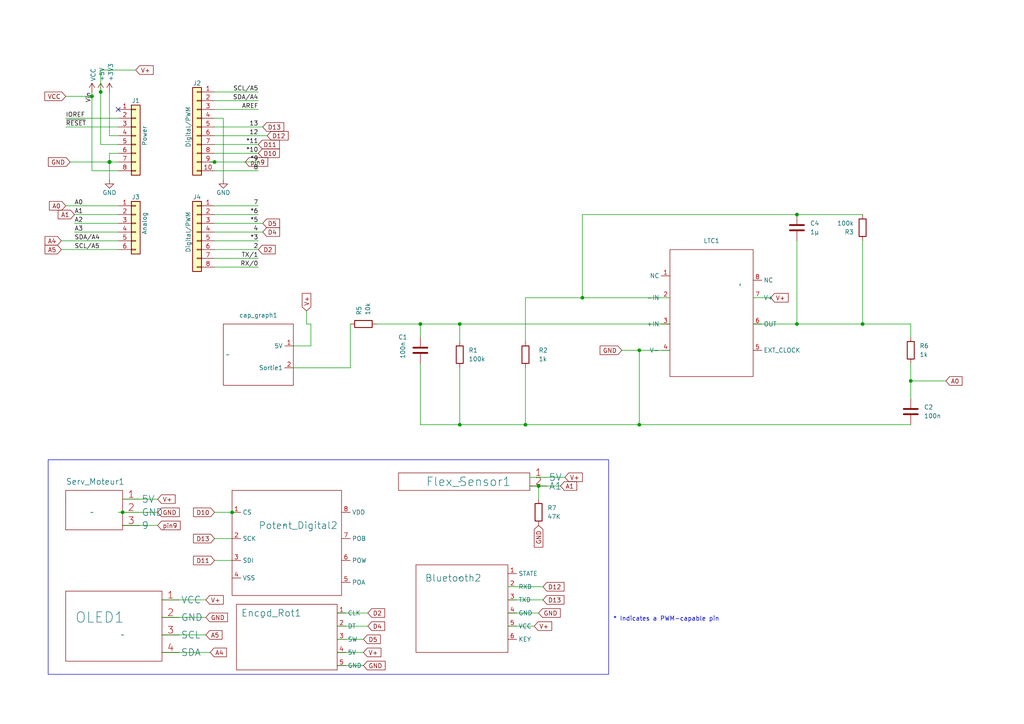
<source format=kicad_sch>
(kicad_sch (version 20230121) (generator eeschema)

  (uuid e63e39d7-6ac0-4ffd-8aa3-1841a4541b55)

  (paper "A4")

  (title_block
    (date "mar. 31 mars 2015")
  )

  (lib_symbols
    (symbol "Connector_Generic:Conn_01x06" (pin_names (offset 1.016) hide) (in_bom yes) (on_board yes)
      (property "Reference" "J" (at 0 7.62 0)
        (effects (font (size 1.27 1.27)))
      )
      (property "Value" "Conn_01x06" (at 0 -10.16 0)
        (effects (font (size 1.27 1.27)))
      )
      (property "Footprint" "" (at 0 0 0)
        (effects (font (size 1.27 1.27)) hide)
      )
      (property "Datasheet" "~" (at 0 0 0)
        (effects (font (size 1.27 1.27)) hide)
      )
      (property "ki_keywords" "connector" (at 0 0 0)
        (effects (font (size 1.27 1.27)) hide)
      )
      (property "ki_description" "Generic connector, single row, 01x06, script generated (kicad-library-utils/schlib/autogen/connector/)" (at 0 0 0)
        (effects (font (size 1.27 1.27)) hide)
      )
      (property "ki_fp_filters" "Connector*:*_1x??_*" (at 0 0 0)
        (effects (font (size 1.27 1.27)) hide)
      )
      (symbol "Conn_01x06_1_1"
        (rectangle (start -1.27 -7.493) (end 0 -7.747)
          (stroke (width 0.1524) (type default))
          (fill (type none))
        )
        (rectangle (start -1.27 -4.953) (end 0 -5.207)
          (stroke (width 0.1524) (type default))
          (fill (type none))
        )
        (rectangle (start -1.27 -2.413) (end 0 -2.667)
          (stroke (width 0.1524) (type default))
          (fill (type none))
        )
        (rectangle (start -1.27 0.127) (end 0 -0.127)
          (stroke (width 0.1524) (type default))
          (fill (type none))
        )
        (rectangle (start -1.27 2.667) (end 0 2.413)
          (stroke (width 0.1524) (type default))
          (fill (type none))
        )
        (rectangle (start -1.27 5.207) (end 0 4.953)
          (stroke (width 0.1524) (type default))
          (fill (type none))
        )
        (rectangle (start -1.27 6.35) (end 1.27 -8.89)
          (stroke (width 0.254) (type default))
          (fill (type background))
        )
        (pin passive line (at -5.08 5.08 0) (length 3.81)
          (name "Pin_1" (effects (font (size 1.27 1.27))))
          (number "1" (effects (font (size 1.27 1.27))))
        )
        (pin passive line (at -5.08 2.54 0) (length 3.81)
          (name "Pin_2" (effects (font (size 1.27 1.27))))
          (number "2" (effects (font (size 1.27 1.27))))
        )
        (pin passive line (at -5.08 0 0) (length 3.81)
          (name "Pin_3" (effects (font (size 1.27 1.27))))
          (number "3" (effects (font (size 1.27 1.27))))
        )
        (pin passive line (at -5.08 -2.54 0) (length 3.81)
          (name "Pin_4" (effects (font (size 1.27 1.27))))
          (number "4" (effects (font (size 1.27 1.27))))
        )
        (pin passive line (at -5.08 -5.08 0) (length 3.81)
          (name "Pin_5" (effects (font (size 1.27 1.27))))
          (number "5" (effects (font (size 1.27 1.27))))
        )
        (pin passive line (at -5.08 -7.62 0) (length 3.81)
          (name "Pin_6" (effects (font (size 1.27 1.27))))
          (number "6" (effects (font (size 1.27 1.27))))
        )
      )
    )
    (symbol "Connector_Generic:Conn_01x08" (pin_names (offset 1.016) hide) (in_bom yes) (on_board yes)
      (property "Reference" "J" (at 0 10.16 0)
        (effects (font (size 1.27 1.27)))
      )
      (property "Value" "Conn_01x08" (at 0 -12.7 0)
        (effects (font (size 1.27 1.27)))
      )
      (property "Footprint" "" (at 0 0 0)
        (effects (font (size 1.27 1.27)) hide)
      )
      (property "Datasheet" "~" (at 0 0 0)
        (effects (font (size 1.27 1.27)) hide)
      )
      (property "ki_keywords" "connector" (at 0 0 0)
        (effects (font (size 1.27 1.27)) hide)
      )
      (property "ki_description" "Generic connector, single row, 01x08, script generated (kicad-library-utils/schlib/autogen/connector/)" (at 0 0 0)
        (effects (font (size 1.27 1.27)) hide)
      )
      (property "ki_fp_filters" "Connector*:*_1x??_*" (at 0 0 0)
        (effects (font (size 1.27 1.27)) hide)
      )
      (symbol "Conn_01x08_1_1"
        (rectangle (start -1.27 -10.033) (end 0 -10.287)
          (stroke (width 0.1524) (type default))
          (fill (type none))
        )
        (rectangle (start -1.27 -7.493) (end 0 -7.747)
          (stroke (width 0.1524) (type default))
          (fill (type none))
        )
        (rectangle (start -1.27 -4.953) (end 0 -5.207)
          (stroke (width 0.1524) (type default))
          (fill (type none))
        )
        (rectangle (start -1.27 -2.413) (end 0 -2.667)
          (stroke (width 0.1524) (type default))
          (fill (type none))
        )
        (rectangle (start -1.27 0.127) (end 0 -0.127)
          (stroke (width 0.1524) (type default))
          (fill (type none))
        )
        (rectangle (start -1.27 2.667) (end 0 2.413)
          (stroke (width 0.1524) (type default))
          (fill (type none))
        )
        (rectangle (start -1.27 5.207) (end 0 4.953)
          (stroke (width 0.1524) (type default))
          (fill (type none))
        )
        (rectangle (start -1.27 7.747) (end 0 7.493)
          (stroke (width 0.1524) (type default))
          (fill (type none))
        )
        (rectangle (start -1.27 8.89) (end 1.27 -11.43)
          (stroke (width 0.254) (type default))
          (fill (type background))
        )
        (pin passive line (at -5.08 7.62 0) (length 3.81)
          (name "Pin_1" (effects (font (size 1.27 1.27))))
          (number "1" (effects (font (size 1.27 1.27))))
        )
        (pin passive line (at -5.08 5.08 0) (length 3.81)
          (name "Pin_2" (effects (font (size 1.27 1.27))))
          (number "2" (effects (font (size 1.27 1.27))))
        )
        (pin passive line (at -5.08 2.54 0) (length 3.81)
          (name "Pin_3" (effects (font (size 1.27 1.27))))
          (number "3" (effects (font (size 1.27 1.27))))
        )
        (pin passive line (at -5.08 0 0) (length 3.81)
          (name "Pin_4" (effects (font (size 1.27 1.27))))
          (number "4" (effects (font (size 1.27 1.27))))
        )
        (pin passive line (at -5.08 -2.54 0) (length 3.81)
          (name "Pin_5" (effects (font (size 1.27 1.27))))
          (number "5" (effects (font (size 1.27 1.27))))
        )
        (pin passive line (at -5.08 -5.08 0) (length 3.81)
          (name "Pin_6" (effects (font (size 1.27 1.27))))
          (number "6" (effects (font (size 1.27 1.27))))
        )
        (pin passive line (at -5.08 -7.62 0) (length 3.81)
          (name "Pin_7" (effects (font (size 1.27 1.27))))
          (number "7" (effects (font (size 1.27 1.27))))
        )
        (pin passive line (at -5.08 -10.16 0) (length 3.81)
          (name "Pin_8" (effects (font (size 1.27 1.27))))
          (number "8" (effects (font (size 1.27 1.27))))
        )
      )
    )
    (symbol "Connector_Generic:Conn_01x10" (pin_names (offset 1.016) hide) (in_bom yes) (on_board yes)
      (property "Reference" "J" (at 0 12.7 0)
        (effects (font (size 1.27 1.27)))
      )
      (property "Value" "Conn_01x10" (at 0 -15.24 0)
        (effects (font (size 1.27 1.27)))
      )
      (property "Footprint" "" (at 0 0 0)
        (effects (font (size 1.27 1.27)) hide)
      )
      (property "Datasheet" "~" (at 0 0 0)
        (effects (font (size 1.27 1.27)) hide)
      )
      (property "ki_keywords" "connector" (at 0 0 0)
        (effects (font (size 1.27 1.27)) hide)
      )
      (property "ki_description" "Generic connector, single row, 01x10, script generated (kicad-library-utils/schlib/autogen/connector/)" (at 0 0 0)
        (effects (font (size 1.27 1.27)) hide)
      )
      (property "ki_fp_filters" "Connector*:*_1x??_*" (at 0 0 0)
        (effects (font (size 1.27 1.27)) hide)
      )
      (symbol "Conn_01x10_1_1"
        (rectangle (start -1.27 -12.573) (end 0 -12.827)
          (stroke (width 0.1524) (type default))
          (fill (type none))
        )
        (rectangle (start -1.27 -10.033) (end 0 -10.287)
          (stroke (width 0.1524) (type default))
          (fill (type none))
        )
        (rectangle (start -1.27 -7.493) (end 0 -7.747)
          (stroke (width 0.1524) (type default))
          (fill (type none))
        )
        (rectangle (start -1.27 -4.953) (end 0 -5.207)
          (stroke (width 0.1524) (type default))
          (fill (type none))
        )
        (rectangle (start -1.27 -2.413) (end 0 -2.667)
          (stroke (width 0.1524) (type default))
          (fill (type none))
        )
        (rectangle (start -1.27 0.127) (end 0 -0.127)
          (stroke (width 0.1524) (type default))
          (fill (type none))
        )
        (rectangle (start -1.27 2.667) (end 0 2.413)
          (stroke (width 0.1524) (type default))
          (fill (type none))
        )
        (rectangle (start -1.27 5.207) (end 0 4.953)
          (stroke (width 0.1524) (type default))
          (fill (type none))
        )
        (rectangle (start -1.27 7.747) (end 0 7.493)
          (stroke (width 0.1524) (type default))
          (fill (type none))
        )
        (rectangle (start -1.27 10.287) (end 0 10.033)
          (stroke (width 0.1524) (type default))
          (fill (type none))
        )
        (rectangle (start -1.27 11.43) (end 1.27 -13.97)
          (stroke (width 0.254) (type default))
          (fill (type background))
        )
        (pin passive line (at -5.08 10.16 0) (length 3.81)
          (name "Pin_1" (effects (font (size 1.27 1.27))))
          (number "1" (effects (font (size 1.27 1.27))))
        )
        (pin passive line (at -5.08 -12.7 0) (length 3.81)
          (name "Pin_10" (effects (font (size 1.27 1.27))))
          (number "10" (effects (font (size 1.27 1.27))))
        )
        (pin passive line (at -5.08 7.62 0) (length 3.81)
          (name "Pin_2" (effects (font (size 1.27 1.27))))
          (number "2" (effects (font (size 1.27 1.27))))
        )
        (pin passive line (at -5.08 5.08 0) (length 3.81)
          (name "Pin_3" (effects (font (size 1.27 1.27))))
          (number "3" (effects (font (size 1.27 1.27))))
        )
        (pin passive line (at -5.08 2.54 0) (length 3.81)
          (name "Pin_4" (effects (font (size 1.27 1.27))))
          (number "4" (effects (font (size 1.27 1.27))))
        )
        (pin passive line (at -5.08 0 0) (length 3.81)
          (name "Pin_5" (effects (font (size 1.27 1.27))))
          (number "5" (effects (font (size 1.27 1.27))))
        )
        (pin passive line (at -5.08 -2.54 0) (length 3.81)
          (name "Pin_6" (effects (font (size 1.27 1.27))))
          (number "6" (effects (font (size 1.27 1.27))))
        )
        (pin passive line (at -5.08 -5.08 0) (length 3.81)
          (name "Pin_7" (effects (font (size 1.27 1.27))))
          (number "7" (effects (font (size 1.27 1.27))))
        )
        (pin passive line (at -5.08 -7.62 0) (length 3.81)
          (name "Pin_8" (effects (font (size 1.27 1.27))))
          (number "8" (effects (font (size 1.27 1.27))))
        )
        (pin passive line (at -5.08 -10.16 0) (length 3.81)
          (name "Pin_9" (effects (font (size 1.27 1.27))))
          (number "9" (effects (font (size 1.27 1.27))))
        )
      )
    )
    (symbol "Device:C" (pin_numbers hide) (pin_names (offset 0.254)) (in_bom yes) (on_board yes)
      (property "Reference" "C" (at 0.635 2.54 0)
        (effects (font (size 1.27 1.27)) (justify left))
      )
      (property "Value" "C" (at 0.635 -2.54 0)
        (effects (font (size 1.27 1.27)) (justify left))
      )
      (property "Footprint" "" (at 0.9652 -3.81 0)
        (effects (font (size 1.27 1.27)) hide)
      )
      (property "Datasheet" "~" (at 0 0 0)
        (effects (font (size 1.27 1.27)) hide)
      )
      (property "ki_keywords" "cap capacitor" (at 0 0 0)
        (effects (font (size 1.27 1.27)) hide)
      )
      (property "ki_description" "Unpolarized capacitor" (at 0 0 0)
        (effects (font (size 1.27 1.27)) hide)
      )
      (property "ki_fp_filters" "C_*" (at 0 0 0)
        (effects (font (size 1.27 1.27)) hide)
      )
      (symbol "C_0_1"
        (polyline
          (pts
            (xy -2.032 -0.762)
            (xy 2.032 -0.762)
          )
          (stroke (width 0.508) (type default))
          (fill (type none))
        )
        (polyline
          (pts
            (xy -2.032 0.762)
            (xy 2.032 0.762)
          )
          (stroke (width 0.508) (type default))
          (fill (type none))
        )
      )
      (symbol "C_1_1"
        (pin passive line (at 0 3.81 270) (length 2.794)
          (name "~" (effects (font (size 1.27 1.27))))
          (number "1" (effects (font (size 1.27 1.27))))
        )
        (pin passive line (at 0 -3.81 90) (length 2.794)
          (name "~" (effects (font (size 1.27 1.27))))
          (number "2" (effects (font (size 1.27 1.27))))
        )
      )
    )
    (symbol "Device:R" (pin_numbers hide) (pin_names (offset 0)) (in_bom yes) (on_board yes)
      (property "Reference" "R" (at 2.032 0 90)
        (effects (font (size 1.27 1.27)))
      )
      (property "Value" "R" (at 0 0 90)
        (effects (font (size 1.27 1.27)))
      )
      (property "Footprint" "" (at -1.778 0 90)
        (effects (font (size 1.27 1.27)) hide)
      )
      (property "Datasheet" "~" (at 0 0 0)
        (effects (font (size 1.27 1.27)) hide)
      )
      (property "ki_keywords" "R res resistor" (at 0 0 0)
        (effects (font (size 1.27 1.27)) hide)
      )
      (property "ki_description" "Resistor" (at 0 0 0)
        (effects (font (size 1.27 1.27)) hide)
      )
      (property "ki_fp_filters" "R_*" (at 0 0 0)
        (effects (font (size 1.27 1.27)) hide)
      )
      (symbol "R_0_1"
        (rectangle (start -1.016 -2.54) (end 1.016 2.54)
          (stroke (width 0.254) (type default))
          (fill (type none))
        )
      )
      (symbol "R_1_1"
        (pin passive line (at 0 3.81 270) (length 1.27)
          (name "~" (effects (font (size 1.27 1.27))))
          (number "1" (effects (font (size 1.27 1.27))))
        )
        (pin passive line (at 0 -3.81 90) (length 1.27)
          (name "~" (effects (font (size 1.27 1.27))))
          (number "2" (effects (font (size 1.27 1.27))))
        )
      )
    )
    (symbol "ma_librairie:Bluetooth2" (in_bom yes) (on_board yes)
      (property "Reference" "Bluetooth2" (at -6.35 1.27 0)
        (effects (font (size 1.27 1.27)))
      )
      (property "Value" "" (at 0 0 0)
        (effects (font (size 1.27 1.27)))
      )
      (property "Footprint" "" (at 0 0 0)
        (effects (font (size 1.27 1.27)) hide)
      )
      (property "Datasheet" "" (at 0 0 0)
        (effects (font (size 1.27 1.27)) hide)
      )
      (symbol "Bluetooth2_0_1"
        (rectangle (start -12.7 3.81) (end -12.7 3.81)
          (stroke (width 0) (type default))
          (fill (type none))
        )
        (rectangle (start -12.7 3.81) (end 13.97 -21.59)
          (stroke (width 0) (type default))
          (fill (type none))
        )
      )
      (symbol "Bluetooth2_1_1"
        (pin input line (at 13.97 1.27 0) (length 2.54)
          (name "STATE" (effects (font (size 1.27 1.27))))
          (number "1" (effects (font (size 1.27 1.27))))
        )
        (pin input line (at 13.97 -2.54 0) (length 2.54)
          (name "RXD" (effects (font (size 1.27 1.27))))
          (number "2" (effects (font (size 1.27 1.27))))
        )
        (pin input line (at 13.97 -6.35 0) (length 2.54)
          (name "TXD" (effects (font (size 1.27 1.27))))
          (number "3" (effects (font (size 1.27 1.27))))
        )
        (pin input line (at 13.97 -10.16 0) (length 2.54)
          (name "GND" (effects (font (size 1.27 1.27))))
          (number "4" (effects (font (size 1.27 1.27))))
        )
        (pin input line (at 13.97 -13.97 0) (length 2.54)
          (name "VCC" (effects (font (size 1.27 1.27))))
          (number "5" (effects (font (size 1.27 1.27))))
        )
        (pin input line (at 13.97 -17.78 0) (length 2.54)
          (name "KEY" (effects (font (size 1.27 1.27))))
          (number "6" (effects (font (size 1.27 1.27))))
        )
      )
    )
    (symbol "ma_librairie:Encod_Rot2" (in_bom yes) (on_board yes)
      (property "Reference" "Encod_Rot2" (at -8.89 2.54 0)
        (effects (font (size 1.27 1.27)))
      )
      (property "Value" "" (at -8.89 2.54 0)
        (effects (font (size 1.27 1.27)))
      )
      (property "Footprint" "" (at -8.89 2.54 0)
        (effects (font (size 1.27 1.27)) hide)
      )
      (property "Datasheet" "" (at -8.89 2.54 0)
        (effects (font (size 1.27 1.27)) hide)
      )
      (symbol "Encod_Rot2_0_1"
        (rectangle (start -16.51 6.35) (end 12.7 -12.7)
          (stroke (width 0) (type default))
          (fill (type none))
        )
      )
      (symbol "Encod_Rot2_1_1"
        (pin input line (at 12.7 3.81 0) (length 2.54)
          (name "CLK" (effects (font (size 1.27 1.27))))
          (number "1" (effects (font (size 1.27 1.27))))
        )
        (pin input line (at 12.7 0 0) (length 2.54)
          (name "DT" (effects (font (size 1.27 1.27))))
          (number "2" (effects (font (size 1.27 1.27))))
        )
        (pin input line (at 12.7 -3.81 0) (length 2.54)
          (name "SW" (effects (font (size 1.27 1.27))))
          (number "3" (effects (font (size 1.27 1.27))))
        )
        (pin input line (at 12.7 -7.62 0) (length 2.54)
          (name "5V" (effects (font (size 1.27 1.27))))
          (number "4" (effects (font (size 1.27 1.27))))
        )
        (pin input line (at 12.7 -11.43 0) (length 2.54)
          (name "GND" (effects (font (size 1.27 1.27))))
          (number "5" (effects (font (size 1.27 1.27))))
        )
      )
    )
    (symbol "ma_librairie:Flex_sensor" (in_bom yes) (on_board yes)
      (property "Reference" "Flex_Sensor" (at -10.16 0 0)
        (effects (font (size 1.27 1.27)))
      )
      (property "Value" "" (at 0 0 0)
        (effects (font (size 1.27 1.27)))
      )
      (property "Footprint" "" (at 0 0 0)
        (effects (font (size 1.27 1.27)) hide)
      )
      (property "Datasheet" "" (at 0 0 0)
        (effects (font (size 1.27 1.27)) hide)
      )
      (symbol "Flex_sensor_0_1"
        (rectangle (start -17.78 2.54) (end 20.32 -2.54)
          (stroke (width 0) (type default))
          (fill (type none))
        )
        (rectangle (start 20.32 -2.54) (end 20.32 -2.54)
          (stroke (width 0) (type default))
          (fill (type none))
        )
      )
      (symbol "Flex_sensor_1_1"
        (pin input line (at 20.32 1.27 0) (length 5)
          (name "5V" (effects (font (size 2 2))))
          (number "1" (effects (font (size 2 2))))
        )
        (pin input line (at 20.32 -1.27 0) (length 5)
          (name "A1" (effects (font (size 2 2))))
          (number "2" (effects (font (size 2 2))))
        )
      )
    )
    (symbol "ma_librairie:OLED" (in_bom yes) (on_board yes)
      (property "Reference" "OLED" (at -19.05 8.89 0)
        (effects (font (size 3 3)) (justify left))
      )
      (property "Value" "~" (at -5.08 3.81 0)
        (effects (font (size 1.27 1.27)))
      )
      (property "Footprint" "" (at 0 0 0)
        (effects (font (size 1.27 1.27)) hide)
      )
      (property "Datasheet" "" (at 0 0 0)
        (effects (font (size 1.27 1.27)) hide)
      )
      (symbol "OLED_0_1"
        (rectangle (start -21.59 16.51) (end 6.35 -3.81)
          (stroke (width 0) (type default))
          (fill (type none))
        )
      )
      (symbol "OLED_1_1"
        (pin input line (at 6.35 13.97 0) (length 5)
          (name "VCC" (effects (font (size 2 2))))
          (number "1" (effects (font (size 2 2))))
        )
        (pin input line (at 6.35 8.89 0) (length 5)
          (name "GND" (effects (font (size 2 2))))
          (number "2" (effects (font (size 2 2))))
        )
        (pin input line (at 6.35 3.81 0) (length 5)
          (name "SCL" (effects (font (size 2 2))))
          (number "3" (effects (font (size 2 2))))
        )
        (pin input line (at 6.35 -1.27 0) (length 5)
          (name "SDA" (effects (font (size 2 2))))
          (number "4" (effects (font (size 2 2))))
        )
      )
    )
    (symbol "ma_librairie:Potent_Digital2" (in_bom yes) (on_board yes)
      (property "Reference" "Potent_Digital2" (at 0 0 0)
        (effects (font (size 1.27 1.27)))
      )
      (property "Value" "" (at 0 0 0)
        (effects (font (size 1.27 1.27)))
      )
      (property "Footprint" "" (at 0 0 0)
        (effects (font (size 1.27 1.27)) hide)
      )
      (property "Datasheet" "" (at 0 0 0)
        (effects (font (size 1.27 1.27)) hide)
      )
      (symbol "Potent_Digital2_0_1"
        (rectangle (start -15.24 10.16) (end -15.24 10.16)
          (stroke (width 0) (type default))
          (fill (type none))
        )
        (rectangle (start -15.24 10.16) (end 16.51 -20.32)
          (stroke (width 0) (type default))
          (fill (type none))
        )
      )
      (symbol "Potent_Digital2_1_1"
        (pin input line (at -15.24 3.81 0) (length 2.54)
          (name "CS" (effects (font (size 1.27 1.27))))
          (number "1" (effects (font (size 1.27 1.27))))
        )
        (pin input line (at -15.24 -3.81 0) (length 2.54)
          (name "SCK" (effects (font (size 1.27 1.27))))
          (number "2" (effects (font (size 1.27 1.27))))
        )
        (pin input line (at -15.24 -10.16 0) (length 2.54)
          (name "SDI" (effects (font (size 1.27 1.27))))
          (number "3" (effects (font (size 1.27 1.27))))
        )
        (pin input line (at -15.24 -15.24 0) (length 2.54)
          (name "VSS" (effects (font (size 1.27 1.27))))
          (number "4" (effects (font (size 1.27 1.27))))
        )
        (pin input line (at 16.51 -16.51 0) (length 2.54)
          (name "POA" (effects (font (size 1.27 1.27))))
          (number "5" (effects (font (size 1.27 1.27))))
        )
        (pin input line (at 16.51 -10.16 0) (length 2.54)
          (name "POW" (effects (font (size 1.27 1.27))))
          (number "6" (effects (font (size 1.27 1.27))))
        )
        (pin input line (at 16.51 -3.81 0) (length 2.54)
          (name "POB" (effects (font (size 1.27 1.27))))
          (number "7" (effects (font (size 1.27 1.27))))
        )
        (pin input line (at 16.51 3.81 0) (length 2.54)
          (name "VDD" (effects (font (size 1.27 1.27))))
          (number "8" (effects (font (size 1.27 1.27))))
        )
      )
    )
    (symbol "ma_librairie:Servo_Moteur" (in_bom yes) (on_board yes)
      (property "Reference" "Serv_Moteur" (at -7.62 7.62 0)
        (effects (font (size 1 1)))
      )
      (property "Value" "" (at -6.35 0 0)
        (effects (font (size 1.27 1.27)))
      )
      (property "Footprint" "" (at -6.35 0 0)
        (effects (font (size 1.27 1.27)) hide)
      )
      (property "Datasheet" "" (at -6.35 0 0)
        (effects (font (size 1.27 1.27)) hide)
      )
      (symbol "Servo_Moteur_0_1"
        (rectangle (start -13.97 3.81) (end -13.97 3.81)
          (stroke (width 0) (type default))
          (fill (type none))
        )
        (rectangle (start -13.97 6.35) (end 2.54 -5.08)
          (stroke (width 0) (type default))
          (fill (type none))
        )
      )
      (symbol "Servo_Moteur_1_1"
        (pin input line (at 2.54 3.81 0) (length 5)
          (name "5V" (effects (font (size 2 2))))
          (number "1" (effects (font (size 2 2))))
        )
        (pin input line (at 2.54 0 0) (length 5)
          (name "GND" (effects (font (size 2 2))))
          (number "2" (effects (font (size 2 2))))
        )
        (pin input line (at 2.54 -3.81 0) (length 5)
          (name "9" (effects (font (size 2 2))))
          (number "3" (effects (font (size 2 2))))
        )
      )
    )
    (symbol "malibrairie:LTC1050" (in_bom yes) (on_board yes)
      (property "Reference" "LTC1050" (at 8.89 -7.62 90)
        (effects (font (size 1.27 1.27)))
      )
      (property "Value" "" (at 16.51 0 90)
        (effects (font (size 1.27 1.27)))
      )
      (property "Footprint" "" (at 16.51 0 90)
        (effects (font (size 1.27 1.27)) hide)
      )
      (property "Datasheet" "" (at 16.51 0 90)
        (effects (font (size 1.27 1.27)) hide)
      )
      (symbol "LTC1050_0_1"
        (rectangle (start 20.32 10.16) (end -3.81 -26.67)
          (stroke (width 0) (type default))
          (fill (type none))
        )
      )
      (symbol "LTC1050_1_1"
        (pin passive line (at -3.81 2.54 180) (length 2.54)
          (name "NC" (effects (font (size 1.27 1.27))))
          (number "1" (effects (font (size 1.27 1.27))))
        )
        (pin passive line (at -3.81 -3.81 180) (length 2.54)
          (name "-IN" (effects (font (size 1.27 1.27))))
          (number "2" (effects (font (size 1.27 1.27))))
        )
        (pin passive line (at -3.81 -11.43 180) (length 2.54)
          (name "+IN" (effects (font (size 1.27 1.27))))
          (number "3" (effects (font (size 1.27 1.27))))
        )
        (pin passive line (at -3.81 -19.05 180) (length 2.54)
          (name "V-" (effects (font (size 1.27 1.27))))
          (number "4" (effects (font (size 1.27 1.27))))
        )
        (pin passive line (at 20.32 -19.05 0) (length 2.54)
          (name "EXT_CLOCK" (effects (font (size 1.27 1.27))))
          (number "5" (effects (font (size 1.27 1.27))))
        )
        (pin passive line (at 20.32 -11.43 0) (length 2.54)
          (name "OUT" (effects (font (size 1.27 1.27))))
          (number "6" (effects (font (size 1.27 1.27))))
        )
        (pin passive line (at 20.32 -3.81 0) (length 2.54)
          (name "V+" (effects (font (size 1.27 1.27))))
          (number "7" (effects (font (size 1.27 1.27))))
        )
        (pin passive line (at 20.32 1.27 0) (length 2.54)
          (name "NC" (effects (font (size 1.27 1.27))))
          (number "8" (effects (font (size 1.27 1.27))))
        )
      )
    )
    (symbol "malibrairie:capteur_graphene" (in_bom yes) (on_board yes)
      (property "Reference" "cap_graph" (at 8.89 0 0)
        (effects (font (size 1.27 1.27)))
      )
      (property "Value" "" (at 0 0 0)
        (effects (font (size 1.27 1.27)))
      )
      (property "Footprint" "" (at 0 0 0)
        (effects (font (size 1.27 1.27)) hide)
      )
      (property "Datasheet" "" (at 0 0 0)
        (effects (font (size 1.27 1.27)) hide)
      )
      (symbol "capteur_graphene_0_1"
        (rectangle (start -1.27 8.89) (end 19.05 -8.89)
          (stroke (width 0) (type default))
          (fill (type none))
        )
      )
      (symbol "capteur_graphene_1_1"
        (pin passive line (at 19.05 2.54 180) (length 2.54)
          (name "5V" (effects (font (size 1.27 1.27))))
          (number "1" (effects (font (size 1.27 1.27))))
        )
        (pin passive line (at 19.05 -3.81 180) (length 2.54)
          (name "Sortie1" (effects (font (size 1.27 1.27))))
          (number "2" (effects (font (size 1.27 1.27))))
        )
      )
    )
    (symbol "power:+3V3" (power) (pin_names (offset 0)) (in_bom yes) (on_board yes)
      (property "Reference" "#PWR" (at 0 -3.81 0)
        (effects (font (size 1.27 1.27)) hide)
      )
      (property "Value" "+3V3" (at 0 3.556 0)
        (effects (font (size 1.27 1.27)))
      )
      (property "Footprint" "" (at 0 0 0)
        (effects (font (size 1.27 1.27)) hide)
      )
      (property "Datasheet" "" (at 0 0 0)
        (effects (font (size 1.27 1.27)) hide)
      )
      (property "ki_keywords" "power-flag" (at 0 0 0)
        (effects (font (size 1.27 1.27)) hide)
      )
      (property "ki_description" "Power symbol creates a global label with name \"+3V3\"" (at 0 0 0)
        (effects (font (size 1.27 1.27)) hide)
      )
      (symbol "+3V3_0_1"
        (polyline
          (pts
            (xy -0.762 1.27)
            (xy 0 2.54)
          )
          (stroke (width 0) (type default))
          (fill (type none))
        )
        (polyline
          (pts
            (xy 0 0)
            (xy 0 2.54)
          )
          (stroke (width 0) (type default))
          (fill (type none))
        )
        (polyline
          (pts
            (xy 0 2.54)
            (xy 0.762 1.27)
          )
          (stroke (width 0) (type default))
          (fill (type none))
        )
      )
      (symbol "+3V3_1_1"
        (pin power_in line (at 0 0 90) (length 0) hide
          (name "+3V3" (effects (font (size 1.27 1.27))))
          (number "1" (effects (font (size 1.27 1.27))))
        )
      )
    )
    (symbol "power:+5V" (power) (pin_names (offset 0)) (in_bom yes) (on_board yes)
      (property "Reference" "#PWR" (at 0 -3.81 0)
        (effects (font (size 1.27 1.27)) hide)
      )
      (property "Value" "+5V" (at 0 3.556 0)
        (effects (font (size 1.27 1.27)))
      )
      (property "Footprint" "" (at 0 0 0)
        (effects (font (size 1.27 1.27)) hide)
      )
      (property "Datasheet" "" (at 0 0 0)
        (effects (font (size 1.27 1.27)) hide)
      )
      (property "ki_keywords" "power-flag" (at 0 0 0)
        (effects (font (size 1.27 1.27)) hide)
      )
      (property "ki_description" "Power symbol creates a global label with name \"+5V\"" (at 0 0 0)
        (effects (font (size 1.27 1.27)) hide)
      )
      (symbol "+5V_0_1"
        (polyline
          (pts
            (xy -0.762 1.27)
            (xy 0 2.54)
          )
          (stroke (width 0) (type default))
          (fill (type none))
        )
        (polyline
          (pts
            (xy 0 0)
            (xy 0 2.54)
          )
          (stroke (width 0) (type default))
          (fill (type none))
        )
        (polyline
          (pts
            (xy 0 2.54)
            (xy 0.762 1.27)
          )
          (stroke (width 0) (type default))
          (fill (type none))
        )
      )
      (symbol "+5V_1_1"
        (pin power_in line (at 0 0 90) (length 0) hide
          (name "+5V" (effects (font (size 1.27 1.27))))
          (number "1" (effects (font (size 1.27 1.27))))
        )
      )
    )
    (symbol "power:GND" (power) (pin_names (offset 0)) (in_bom yes) (on_board yes)
      (property "Reference" "#PWR" (at 0 -6.35 0)
        (effects (font (size 1.27 1.27)) hide)
      )
      (property "Value" "GND" (at 0 -3.81 0)
        (effects (font (size 1.27 1.27)))
      )
      (property "Footprint" "" (at 0 0 0)
        (effects (font (size 1.27 1.27)) hide)
      )
      (property "Datasheet" "" (at 0 0 0)
        (effects (font (size 1.27 1.27)) hide)
      )
      (property "ki_keywords" "power-flag" (at 0 0 0)
        (effects (font (size 1.27 1.27)) hide)
      )
      (property "ki_description" "Power symbol creates a global label with name \"GND\" , ground" (at 0 0 0)
        (effects (font (size 1.27 1.27)) hide)
      )
      (symbol "GND_0_1"
        (polyline
          (pts
            (xy 0 0)
            (xy 0 -1.27)
            (xy 1.27 -1.27)
            (xy 0 -2.54)
            (xy -1.27 -1.27)
            (xy 0 -1.27)
          )
          (stroke (width 0) (type default))
          (fill (type none))
        )
      )
      (symbol "GND_1_1"
        (pin power_in line (at 0 0 270) (length 0) hide
          (name "GND" (effects (font (size 1.27 1.27))))
          (number "1" (effects (font (size 1.27 1.27))))
        )
      )
    )
    (symbol "power:VCC" (power) (pin_names (offset 0)) (in_bom yes) (on_board yes)
      (property "Reference" "#PWR" (at 0 -3.81 0)
        (effects (font (size 1.27 1.27)) hide)
      )
      (property "Value" "VCC" (at 0 3.81 0)
        (effects (font (size 1.27 1.27)))
      )
      (property "Footprint" "" (at 0 0 0)
        (effects (font (size 1.27 1.27)) hide)
      )
      (property "Datasheet" "" (at 0 0 0)
        (effects (font (size 1.27 1.27)) hide)
      )
      (property "ki_keywords" "power-flag" (at 0 0 0)
        (effects (font (size 1.27 1.27)) hide)
      )
      (property "ki_description" "Power symbol creates a global label with name \"VCC\"" (at 0 0 0)
        (effects (font (size 1.27 1.27)) hide)
      )
      (symbol "VCC_0_1"
        (polyline
          (pts
            (xy -0.762 1.27)
            (xy 0 2.54)
          )
          (stroke (width 0) (type default))
          (fill (type none))
        )
        (polyline
          (pts
            (xy 0 0)
            (xy 0 2.54)
          )
          (stroke (width 0) (type default))
          (fill (type none))
        )
        (polyline
          (pts
            (xy 0 2.54)
            (xy 0.762 1.27)
          )
          (stroke (width 0) (type default))
          (fill (type none))
        )
      )
      (symbol "VCC_1_1"
        (pin power_in line (at 0 0 90) (length 0) hide
          (name "VCC" (effects (font (size 1.27 1.27))))
          (number "1" (effects (font (size 1.27 1.27))))
        )
      )
    )
  )

  (junction (at 156.21 140.97) (diameter 0) (color 0 0 0 0)
    (uuid 121cec73-3ad3-41a2-90f0-810f65590bce)
  )
  (junction (at 231.14 93.98) (diameter 0) (color 0 0 0 0)
    (uuid 2790bd96-803c-4b82-9410-014993f42583)
  )
  (junction (at 185.42 123.19) (diameter 0) (color 0 0 0 0)
    (uuid 2fc9665b-780f-4db1-ae05-0b29d5a3d808)
  )
  (junction (at 250.19 93.98) (diameter 0) (color 0 0 0 0)
    (uuid 35c49391-0225-4d0b-9fc6-4e96112a4679)
  )
  (junction (at 31.75 46.99) (diameter 1.016) (color 0 0 0 0)
    (uuid 3dcc657b-55a1-48e0-9667-e01e7b6b08b5)
  )
  (junction (at 29.21 26.67) (diameter 0) (color 0 0 0 0)
    (uuid 4e4175d7-a4f4-45b3-b634-222f935ff26b)
  )
  (junction (at 133.35 123.19) (diameter 0) (color 0 0 0 0)
    (uuid 68162243-5766-45d4-b417-483abcd9a04d)
  )
  (junction (at 121.92 93.98) (diameter 0) (color 0 0 0 0)
    (uuid 6d1aa5f7-268a-4079-af4c-62c375a9a9d4)
  )
  (junction (at 168.91 86.36) (diameter 0) (color 0 0 0 0)
    (uuid 78305c31-d521-4253-86b0-9e2f26947e1c)
  )
  (junction (at 133.35 93.98) (diameter 0) (color 0 0 0 0)
    (uuid 9771b7e9-2ffa-4973-9c04-a270116bce70)
  )
  (junction (at 231.14 62.23) (diameter 0) (color 0 0 0 0)
    (uuid a8fc802b-33ab-4e37-b381-daed359b77ba)
  )
  (junction (at 264.16 110.49) (diameter 0) (color 0 0 0 0)
    (uuid b44cc82f-d94c-4590-865b-801c59b3d606)
  )
  (junction (at 185.42 101.6) (diameter 0) (color 0 0 0 0)
    (uuid b6e41af2-ed54-456b-ac29-91415215eb67)
  )
  (junction (at 67.31 148.59) (diameter 0) (color 0 0 0 0)
    (uuid b805ad77-205f-436f-bd89-c24b0da07019)
  )
  (junction (at 35.56 148.59) (diameter 0) (color 0 0 0 0)
    (uuid be664df9-02d5-4afd-9248-13ad99af72c1)
  )
  (junction (at 152.4 123.19) (diameter 0) (color 0 0 0 0)
    (uuid c05d3583-a50a-4d5d-a620-287e47418b92)
  )
  (junction (at 26.67 27.94) (diameter 0) (color 0 0 0 0)
    (uuid c6adfa54-8835-4827-ba4f-fc2cf3c8b9f0)
  )
  (junction (at 62.23 46.99) (diameter 0) (color 0 0 0 0)
    (uuid cc0eba4b-6dc4-4dc2-8b01-70afff96d1d6)
  )

  (no_connect (at 34.29 31.75) (uuid d181157c-7812-47e5-a0cf-9580c905fc86))

  (wire (pts (xy 147.32 181.61) (xy 154.94 181.61))
    (stroke (width 0) (type default))
    (uuid 00e781a7-c73c-455f-921f-9a3b8d109bea)
  )
  (wire (pts (xy 62.23 77.47) (xy 74.93 77.47))
    (stroke (width 0) (type solid))
    (uuid 010ba307-2067-49d3-b0fa-6414143f3fc2)
  )
  (wire (pts (xy 264.16 110.49) (xy 264.16 115.57))
    (stroke (width 0) (type default))
    (uuid 033d9d97-9b22-496d-b461-bfa7592df544)
  )
  (wire (pts (xy 29.21 26.67) (xy 29.21 41.91))
    (stroke (width 0) (type solid))
    (uuid 034512b2-eac5-49a5-9c26-5dbdebac63d4)
  )
  (wire (pts (xy 88.9 90.17) (xy 88.9 93.98))
    (stroke (width 0) (type default))
    (uuid 03ec98d8-e17e-4dd8-bed0-125245e4bf70)
  )
  (wire (pts (xy 147.32 177.8) (xy 156.21 177.8))
    (stroke (width 0) (type default))
    (uuid 05ec7ee1-b325-47a6-b9f3-54bd54e5b42a)
  )
  (wire (pts (xy 62.23 44.45) (xy 74.93 44.45))
    (stroke (width 0) (type solid))
    (uuid 09480ba4-37da-45e3-b9fe-6beebf876349)
  )
  (wire (pts (xy 97.79 193.04) (xy 105.41 193.04))
    (stroke (width 0) (type default))
    (uuid 0a227ac5-c356-41ae-9528-21c5d5bd6007)
  )
  (wire (pts (xy 62.23 26.67) (xy 74.93 26.67))
    (stroke (width 0) (type solid))
    (uuid 0f5d2189-4ead-42fa-8f7a-cfa3af4de132)
  )
  (wire (pts (xy 97.79 185.42) (xy 105.41 185.42))
    (stroke (width 0) (type default))
    (uuid 0f6467e9-4d21-4fd1-b6f0-acf447fb42c8)
  )
  (wire (pts (xy 46.99 189.23) (xy 60.96 189.23))
    (stroke (width 0) (type default))
    (uuid 0f8ef25b-5270-4c4a-a8b3-1de60915388f)
  )
  (wire (pts (xy 168.91 62.23) (xy 231.14 62.23))
    (stroke (width 0) (type default))
    (uuid 1be83a5d-5eb0-45fd-9c93-36df7da4d3d1)
  )
  (wire (pts (xy 31.75 44.45) (xy 31.75 46.99))
    (stroke (width 0) (type solid))
    (uuid 1c31b835-925f-4a5c-92df-8f2558bb711b)
  )
  (wire (pts (xy 85.09 106.68) (xy 101.6 106.68))
    (stroke (width 0) (type default))
    (uuid 1ed995ed-2569-4951-8664-c4329d3aea79)
  )
  (wire (pts (xy 17.78 72.39) (xy 34.29 72.39))
    (stroke (width 0) (type solid))
    (uuid 20854542-d0b0-4be7-af02-0e5fceb34e01)
  )
  (wire (pts (xy 35.56 152.4) (xy 45.72 152.4))
    (stroke (width 0) (type default))
    (uuid 2d07c150-f246-4162-9c36-55c0bfd73508)
  )
  (wire (pts (xy 31.75 46.99) (xy 31.75 52.07))
    (stroke (width 0) (type solid))
    (uuid 2df788b2-ce68-49bc-a497-4b6570a17f30)
  )
  (wire (pts (xy 185.42 101.6) (xy 185.42 123.19))
    (stroke (width 0) (type default))
    (uuid 2e410ff4-5a4a-4b0d-91e9-5b10563100a2)
  )
  (wire (pts (xy 152.4 86.36) (xy 168.91 86.36))
    (stroke (width 0) (type default))
    (uuid 321099cc-2ff2-4c15-a0d6-2fff4e633c16)
  )
  (wire (pts (xy 121.92 93.98) (xy 133.35 93.98))
    (stroke (width 0) (type default))
    (uuid 32bd3a2e-af9a-4d19-bba8-03e7b3e0676d)
  )
  (wire (pts (xy 31.75 39.37) (xy 34.29 39.37))
    (stroke (width 0) (type solid))
    (uuid 3334b11d-5a13-40b4-a117-d693c543e4ab)
  )
  (wire (pts (xy 29.21 41.91) (xy 34.29 41.91))
    (stroke (width 0) (type solid))
    (uuid 3661f80c-fef8-4441-83be-df8930b3b45e)
  )
  (wire (pts (xy 29.21 20.32) (xy 29.21 26.67))
    (stroke (width 0) (type solid))
    (uuid 392bf1f6-bf67-427d-8d4c-0a87cb757556)
  )
  (wire (pts (xy 45.72 144.78) (xy 35.56 144.78))
    (stroke (width 0) (type default))
    (uuid 3a661b61-4855-4c5e-b841-31d4fff9f93f)
  )
  (wire (pts (xy 62.23 36.83) (xy 76.2 36.83))
    (stroke (width 0) (type solid))
    (uuid 4227fa6f-c399-4f14-8228-23e39d2b7e7d)
  )
  (wire (pts (xy 31.75 26.67) (xy 31.75 39.37))
    (stroke (width 0) (type solid))
    (uuid 442fb4de-4d55-45de-bc27-3e6222ceb890)
  )
  (wire (pts (xy 62.23 59.69) (xy 74.93 59.69))
    (stroke (width 0) (type solid))
    (uuid 4455ee2e-5642-42c1-a83b-f7e65fa0c2f1)
  )
  (wire (pts (xy 133.35 93.98) (xy 194.31 93.98))
    (stroke (width 0) (type default))
    (uuid 44562718-5ad3-4996-a775-4b90c7d7368e)
  )
  (wire (pts (xy 60.96 46.99) (xy 62.23 46.99))
    (stroke (width 0) (type default))
    (uuid 47323de0-9494-40d4-bce1-0df5a4ec2c14)
  )
  (wire (pts (xy 152.4 99.06) (xy 152.4 86.36))
    (stroke (width 0) (type default))
    (uuid 479eec37-90ca-4b08-b1c3-96c0b8c805da)
  )
  (wire (pts (xy 19.05 59.69) (xy 34.29 59.69))
    (stroke (width 0) (type solid))
    (uuid 486ca832-85f4-4989-b0f4-569faf9be534)
  )
  (wire (pts (xy 62.23 39.37) (xy 77.47 39.37))
    (stroke (width 0) (type solid))
    (uuid 4a910b57-a5cd-4105-ab4f-bde2a80d4f00)
  )
  (wire (pts (xy 62.23 62.23) (xy 74.93 62.23))
    (stroke (width 0) (type solid))
    (uuid 4e60e1af-19bd-45a0-b418-b7030b594dde)
  )
  (wire (pts (xy 180.34 101.6) (xy 185.42 101.6))
    (stroke (width 0) (type default))
    (uuid 4e656fdf-ac8b-452b-9723-5f9633a159cd)
  )
  (wire (pts (xy 39.37 20.32) (xy 29.21 20.32))
    (stroke (width 0) (type default))
    (uuid 528ab0ea-1fc9-47da-baf2-4db82a52df40)
  )
  (wire (pts (xy 20.32 46.99) (xy 31.75 46.99))
    (stroke (width 0) (type default))
    (uuid 563fad98-0510-46a5-9651-1e01b3fa51cf)
  )
  (wire (pts (xy 109.22 93.98) (xy 121.92 93.98))
    (stroke (width 0) (type default))
    (uuid 5c39d6ba-9a9e-4d79-b6cf-d6d6523af2d5)
  )
  (wire (pts (xy 121.92 105.41) (xy 121.92 123.19))
    (stroke (width 0) (type default))
    (uuid 5ce59271-2604-47e3-8507-a89cb51a1aa4)
  )
  (wire (pts (xy 231.14 93.98) (xy 250.19 93.98))
    (stroke (width 0) (type default))
    (uuid 614fbe9c-3dd4-44d0-90df-8187680c3c1d)
  )
  (wire (pts (xy 62.23 46.99) (xy 74.93 46.99))
    (stroke (width 0) (type solid))
    (uuid 63f2b71b-521b-4210-bf06-ed65e330fccc)
  )
  (wire (pts (xy 264.16 123.19) (xy 185.42 123.19))
    (stroke (width 0) (type default))
    (uuid 68388270-179b-42d4-8a05-7b1f12019179)
  )
  (wire (pts (xy 250.19 69.85) (xy 250.19 93.98))
    (stroke (width 0) (type default))
    (uuid 685e189d-30bc-45a8-90ad-62b87a13c4d6)
  )
  (wire (pts (xy 156.21 140.97) (xy 162.56 140.97))
    (stroke (width 0) (type default))
    (uuid 6a513efa-5fbb-4879-b149-7c5c6f235dd7)
  )
  (wire (pts (xy 153.67 140.97) (xy 156.21 140.97))
    (stroke (width 0) (type default))
    (uuid 6ad63702-a117-4aff-82ca-c9bbcbb181a4)
  )
  (wire (pts (xy 62.23 67.31) (xy 76.2 67.31))
    (stroke (width 0) (type solid))
    (uuid 6bb3ea5f-9e60-4add-9d97-244be2cf61d2)
  )
  (wire (pts (xy 264.16 97.79) (xy 264.16 93.98))
    (stroke (width 0) (type default))
    (uuid 6f7464e8-a5ca-4665-a04a-353db778d3a2)
  )
  (wire (pts (xy 46.99 179.07) (xy 59.69 179.07))
    (stroke (width 0) (type default))
    (uuid 6f9beec7-e89d-4627-9271-ef207c589664)
  )
  (wire (pts (xy 19.05 34.29) (xy 34.29 34.29))
    (stroke (width 0) (type solid))
    (uuid 73d4774c-1387-4550-b580-a1cc0ac89b89)
  )
  (wire (pts (xy 133.35 93.98) (xy 133.35 99.06))
    (stroke (width 0) (type default))
    (uuid 7c2ff088-7f22-49e1-9a46-d472d931c02e)
  )
  (wire (pts (xy 46.99 173.99) (xy 59.69 173.99))
    (stroke (width 0) (type default))
    (uuid 7dc9a6cd-d347-45a0-86bc-40bde8e65a60)
  )
  (wire (pts (xy 168.91 62.23) (xy 168.91 86.36))
    (stroke (width 0) (type default))
    (uuid 7ddfa3fc-d34e-48f2-8f2f-a4137a863f5f)
  )
  (wire (pts (xy 133.35 106.68) (xy 133.35 123.19))
    (stroke (width 0) (type default))
    (uuid 7f8b0185-02b8-4ed1-84ff-b2c522b4de9e)
  )
  (wire (pts (xy 64.77 34.29) (xy 64.77 52.07))
    (stroke (width 0) (type solid))
    (uuid 84ce350c-b0c1-4e69-9ab2-f7ec7b8bb312)
  )
  (wire (pts (xy 133.35 123.19) (xy 152.4 123.19))
    (stroke (width 0) (type default))
    (uuid 84e836f3-5e25-4715-a2bc-7ef09b5885c6)
  )
  (wire (pts (xy 62.23 31.75) (xy 74.93 31.75))
    (stroke (width 0) (type solid))
    (uuid 8a3d35a2-f0f6-4dec-a606-7c8e288ca828)
  )
  (wire (pts (xy 62.23 162.56) (xy 67.31 162.56))
    (stroke (width 0) (type default))
    (uuid 8aff518b-520f-491a-9d00-d93390a0de82)
  )
  (wire (pts (xy 152.4 123.19) (xy 185.42 123.19))
    (stroke (width 0) (type default))
    (uuid 8c80964b-d8be-4ae7-a95e-f5972b49049f)
  )
  (wire (pts (xy 250.19 93.98) (xy 264.16 93.98))
    (stroke (width 0) (type default))
    (uuid 8e9f76c3-a62a-4426-8720-978921391eb1)
  )
  (wire (pts (xy 231.14 62.23) (xy 250.19 62.23))
    (stroke (width 0) (type default))
    (uuid 91d81feb-c7d8-4616-805d-5ac00eccbe9f)
  )
  (wire (pts (xy 34.29 64.77) (xy 21.59 64.77))
    (stroke (width 0) (type solid))
    (uuid 9377eb1a-3b12-438c-8ebd-f86ace1e8d25)
  )
  (wire (pts (xy 19.05 36.83) (xy 34.29 36.83))
    (stroke (width 0) (type solid))
    (uuid 93e52853-9d1e-4afe-aee8-b825ab9f5d09)
  )
  (wire (pts (xy 147.32 173.99) (xy 157.48 173.99))
    (stroke (width 0) (type default))
    (uuid 95b8ba0e-a347-4d3e-bf81-e7b65696070e)
  )
  (wire (pts (xy 34.29 46.99) (xy 31.75 46.99))
    (stroke (width 0) (type solid))
    (uuid 97df9ac9-dbb8-472e-b84f-3684d0eb5efc)
  )
  (wire (pts (xy 264.16 105.41) (xy 264.16 110.49))
    (stroke (width 0) (type default))
    (uuid a3a59ca4-9e89-4522-bccd-9280dfb1b836)
  )
  (wire (pts (xy 185.42 101.6) (xy 194.31 101.6))
    (stroke (width 0) (type default))
    (uuid a53b9fbc-e107-4652-b853-bf661c415a4d)
  )
  (wire (pts (xy 34.29 49.53) (xy 26.67 49.53))
    (stroke (width 0) (type solid))
    (uuid a7518f9d-05df-4211-ba17-5d615f04ec46)
  )
  (wire (pts (xy 121.92 123.19) (xy 133.35 123.19))
    (stroke (width 0) (type default))
    (uuid a8b57b72-1f51-4b48-9938-52b430a91ca7)
  )
  (wire (pts (xy 90.17 93.98) (xy 90.17 100.33))
    (stroke (width 0) (type default))
    (uuid a901fbca-81c9-4df6-845b-83375aa290ac)
  )
  (wire (pts (xy 67.31 148.59) (xy 62.23 148.59))
    (stroke (width 0) (type default))
    (uuid a9c86822-c3aa-4451-b677-4d874c38f81d)
  )
  (wire (pts (xy 21.59 62.23) (xy 34.29 62.23))
    (stroke (width 0) (type solid))
    (uuid aab97e46-23d6-4cbf-8684-537b94306d68)
  )
  (wire (pts (xy 68.58 148.59) (xy 67.31 148.59))
    (stroke (width 0) (type default))
    (uuid abbd005b-f836-4302-bb5b-22c70fb8c15b)
  )
  (wire (pts (xy 264.16 110.49) (xy 274.32 110.49))
    (stroke (width 0) (type default))
    (uuid ae71f02c-c76f-4c10-a180-6c74022db4f3)
  )
  (wire (pts (xy 62.23 64.77) (xy 76.2 64.77))
    (stroke (width 0) (type default))
    (uuid aff2d4c8-31a1-4198-a067-68ea1707adb4)
  )
  (wire (pts (xy 101.6 93.98) (xy 101.6 106.68))
    (stroke (width 0) (type default))
    (uuid b0ee6b6a-c176-4b49-8e5e-0a54588b4d76)
  )
  (wire (pts (xy 218.44 86.36) (xy 223.52 86.36))
    (stroke (width 0) (type default))
    (uuid b3627a88-62d0-4702-b361-ea46f6b9e92b)
  )
  (wire (pts (xy 121.92 97.79) (xy 121.92 93.98))
    (stroke (width 0) (type default))
    (uuid b36637ac-cdd9-4988-ac21-a18bbdfdf4ac)
  )
  (wire (pts (xy 45.72 148.59) (xy 35.56 148.59))
    (stroke (width 0) (type default))
    (uuid b8432317-edee-4add-87df-6792d8513339)
  )
  (wire (pts (xy 152.4 106.68) (xy 152.4 123.19))
    (stroke (width 0) (type default))
    (uuid b95d9845-5103-4bc9-b862-daf8ac4dfa86)
  )
  (wire (pts (xy 62.23 34.29) (xy 64.77 34.29))
    (stroke (width 0) (type solid))
    (uuid bcbc7302-8a54-4b9b-98b9-f277f1b20941)
  )
  (wire (pts (xy 97.79 189.23) (xy 105.41 189.23))
    (stroke (width 0) (type default))
    (uuid bd11298e-0205-4a80-b0bf-3a1e9540ae9d)
  )
  (wire (pts (xy 34.29 44.45) (xy 31.75 44.45))
    (stroke (width 0) (type solid))
    (uuid c12796ad-cf20-466f-9ab3-9cf441392c32)
  )
  (wire (pts (xy 26.67 27.94) (xy 26.67 26.67))
    (stroke (width 0) (type solid))
    (uuid c570aaf2-e0c8-4871-b419-d40701c27075)
  )
  (wire (pts (xy 97.79 177.8) (xy 106.68 177.8))
    (stroke (width 0) (type default))
    (uuid c5a538e1-9d40-4bce-93be-4a115f722724)
  )
  (wire (pts (xy 62.23 41.91) (xy 74.93 41.91))
    (stroke (width 0) (type solid))
    (uuid c722a1ff-12f1-49e5-88a4-44ffeb509ca2)
  )
  (wire (pts (xy 168.91 86.36) (xy 194.31 86.36))
    (stroke (width 0) (type default))
    (uuid c919d820-123c-48ac-a259-6ff70e018d85)
  )
  (wire (pts (xy 218.44 93.98) (xy 231.14 93.98))
    (stroke (width 0) (type default))
    (uuid cab23608-69a6-45ca-ba63-e2e7dec8b174)
  )
  (wire (pts (xy 147.32 170.18) (xy 157.48 170.18))
    (stroke (width 0) (type default))
    (uuid cec9d4e8-c3f4-4446-a7a5-16634910c0e7)
  )
  (wire (pts (xy 156.21 140.97) (xy 156.21 144.78))
    (stroke (width 0) (type default))
    (uuid d1f7a13a-1270-4cbd-93e9-0afdf02987c4)
  )
  (wire (pts (xy 21.59 67.31) (xy 34.29 67.31))
    (stroke (width 0) (type solid))
    (uuid d3042136-2605-44b2-aebb-5484a9c90933)
  )
  (wire (pts (xy 90.17 100.33) (xy 85.09 100.33))
    (stroke (width 0) (type default))
    (uuid d745d73a-a128-4687-bdd3-5353c1e81adb)
  )
  (wire (pts (xy 46.99 184.15) (xy 59.69 184.15))
    (stroke (width 0) (type default))
    (uuid db80d448-658d-489d-9ac2-a9d1c1d230f9)
  )
  (wire (pts (xy 231.14 69.85) (xy 231.14 93.98))
    (stroke (width 0) (type default))
    (uuid e56bef0f-e51c-4843-8c83-7356ef3c1852)
  )
  (wire (pts (xy 62.23 29.21) (xy 74.93 29.21))
    (stroke (width 0) (type solid))
    (uuid e7278977-132b-4777-9eb4-7d93363a4379)
  )
  (wire (pts (xy 97.79 181.61) (xy 106.68 181.61))
    (stroke (width 0) (type default))
    (uuid e79888d2-18d1-4047-bfe2-bb4f6d8f65f7)
  )
  (wire (pts (xy 90.17 93.98) (xy 88.9 93.98))
    (stroke (width 0) (type default))
    (uuid e8353c52-fe02-4bd4-8090-2046c62fbc03)
  )
  (wire (pts (xy 62.23 72.39) (xy 74.93 72.39))
    (stroke (width 0) (type solid))
    (uuid e9bdd59b-3252-4c44-a357-6fa1af0c210c)
  )
  (wire (pts (xy 62.23 69.85) (xy 74.93 69.85))
    (stroke (width 0) (type solid))
    (uuid ec76dcc9-9949-4dda-bd76-046204829cb4)
  )
  (wire (pts (xy 62.23 156.21) (xy 67.31 156.21))
    (stroke (width 0) (type default))
    (uuid ee0ab9d3-70dc-48fa-b6a9-58cb1b1927a1)
  )
  (wire (pts (xy 19.05 27.94) (xy 26.67 27.94))
    (stroke (width 0) (type default))
    (uuid f280bb2d-626a-4ec5-ba96-7b1cec66c6df)
  )
  (wire (pts (xy 62.23 74.93) (xy 74.93 74.93))
    (stroke (width 0) (type solid))
    (uuid f853d1d4-c722-44df-98bf-4a6114204628)
  )
  (wire (pts (xy 26.67 49.53) (xy 26.67 27.94))
    (stroke (width 0) (type solid))
    (uuid f8de70cd-e47d-4e80-8f3a-077e9df93aa8)
  )
  (wire (pts (xy 163.83 138.43) (xy 153.67 138.43))
    (stroke (width 0) (type default))
    (uuid f9705a45-feed-481c-ac46-1deafba1b942)
  )
  (wire (pts (xy 35.56 148.59) (xy 34.29 148.59))
    (stroke (width 0) (type default))
    (uuid fb4b8f95-fe7d-4589-ac83-b0647b132122)
  )
  (wire (pts (xy 17.78 69.85) (xy 34.29 69.85))
    (stroke (width 0) (type solid))
    (uuid fc39c32d-65b8-4d16-9db5-de89c54a1206)
  )
  (wire (pts (xy 62.23 49.53) (xy 74.93 49.53))
    (stroke (width 0) (type solid))
    (uuid fe837306-92d0-4847-ad21-76c47ae932d1)
  )

  (rectangle (start 13.97 133.35) (end 176.53 195.58)
    (stroke (width 0) (type default))
    (fill (type none))
    (uuid 1f42bfb2-1951-41e2-869f-fa3b1002f448)
  )

  (text "* Indicates a PWM-capable pin" (at 177.8 180.34 0)
    (effects (font (size 1.27 1.27)) (justify left bottom))
    (uuid c364973a-9a67-4667-8185-a3a5c6c6cbdf)
  )

  (label "RX{slash}0" (at 74.93 77.47 180) (fields_autoplaced)
    (effects (font (size 1.27 1.27)) (justify right bottom))
    (uuid 01ea9310-cf66-436b-9b89-1a2f4237b59e)
  )
  (label "A2" (at 21.59 64.77 0) (fields_autoplaced)
    (effects (font (size 1.27 1.27)) (justify left bottom))
    (uuid 09251fd4-af37-4d86-8951-1faaac710ffa)
  )
  (label "4" (at 74.93 67.31 180) (fields_autoplaced)
    (effects (font (size 1.27 1.27)) (justify right bottom))
    (uuid 0d8cfe6d-11bf-42b9-9752-f9a5a76bce7e)
  )
  (label "2" (at 74.93 72.39 180) (fields_autoplaced)
    (effects (font (size 1.27 1.27)) (justify right bottom))
    (uuid 23f0c933-49f0-4410-a8db-8b017f48dadc)
  )
  (label "A3" (at 21.59 67.31 0) (fields_autoplaced)
    (effects (font (size 1.27 1.27)) (justify left bottom))
    (uuid 2c60ab74-0590-423b-8921-6f3212a358d2)
  )
  (label "13" (at 74.93 36.83 180) (fields_autoplaced)
    (effects (font (size 1.27 1.27)) (justify right bottom))
    (uuid 35bc5b35-b7b2-44d5-bbed-557f428649b2)
  )
  (label "12" (at 74.93 39.37 180) (fields_autoplaced)
    (effects (font (size 1.27 1.27)) (justify right bottom))
    (uuid 3ffaa3b1-1d78-4c7b-bdf9-f1a8019c92fd)
  )
  (label "~{RESET}" (at 19.05 36.83 0) (fields_autoplaced)
    (effects (font (size 1.27 1.27)) (justify left bottom))
    (uuid 49585dba-cfa7-4813-841e-9d900d43ecf4)
  )
  (label "*10" (at 74.93 44.45 180) (fields_autoplaced)
    (effects (font (size 1.27 1.27)) (justify right bottom))
    (uuid 54be04e4-fffa-4f7f-8a5f-d0de81314e8f)
  )
  (label "7" (at 74.93 59.69 180) (fields_autoplaced)
    (effects (font (size 1.27 1.27)) (justify right bottom))
    (uuid 873d2c88-519e-482f-a3ed-2484e5f9417e)
  )
  (label "SDA{slash}A4" (at 74.93 29.21 180) (fields_autoplaced)
    (effects (font (size 1.27 1.27)) (justify right bottom))
    (uuid 8885a9dc-224d-44c5-8601-05c1d9983e09)
  )
  (label "8" (at 74.93 49.53 180) (fields_autoplaced)
    (effects (font (size 1.27 1.27)) (justify right bottom))
    (uuid 89b0e564-e7aa-4224-80c9-3f0614fede8f)
  )
  (label "*11" (at 74.93 41.91 180) (fields_autoplaced)
    (effects (font (size 1.27 1.27)) (justify right bottom))
    (uuid 9ad5a781-2469-4c8f-8abf-a1c3586f7cb7)
  )
  (label "*3" (at 74.93 69.85 180) (fields_autoplaced)
    (effects (font (size 1.27 1.27)) (justify right bottom))
    (uuid 9cccf5f9-68a4-4e61-b418-6185dd6a5f9a)
  )
  (label "A1" (at 21.59 62.23 0) (fields_autoplaced)
    (effects (font (size 1.27 1.27)) (justify left bottom))
    (uuid acc9991b-1bdd-4544-9a08-4037937485cb)
  )
  (label "TX{slash}1" (at 74.93 74.93 180) (fields_autoplaced)
    (effects (font (size 1.27 1.27)) (justify right bottom))
    (uuid ae2c9582-b445-44bd-b371-7fc74f6cf852)
  )
  (label "A0" (at 21.59 59.69 0) (fields_autoplaced)
    (effects (font (size 1.27 1.27)) (justify left bottom))
    (uuid ba02dc27-26a3-4648-b0aa-06b6dcaf001f)
  )
  (label "AREF" (at 74.93 31.75 180) (fields_autoplaced)
    (effects (font (size 1.27 1.27)) (justify right bottom))
    (uuid bbf52cf8-6d97-4499-a9ee-3657cebcdabf)
  )
  (label "Vin" (at 26.67 26.67 270) (fields_autoplaced)
    (effects (font (size 1.27 1.27)) (justify right bottom))
    (uuid c348793d-eec0-4f33-9b91-2cae8b4224a4)
  )
  (label "*6" (at 74.93 62.23 180) (fields_autoplaced)
    (effects (font (size 1.27 1.27)) (justify right bottom))
    (uuid c775d4e8-c37b-4e73-90c1-1c8d36333aac)
  )
  (label "SCL{slash}A5" (at 74.93 26.67 180) (fields_autoplaced)
    (effects (font (size 1.27 1.27)) (justify right bottom))
    (uuid cba886fc-172a-42fe-8e4c-daace6eaef8e)
  )
  (label "*9" (at 74.93 46.99 180) (fields_autoplaced)
    (effects (font (size 1.27 1.27)) (justify right bottom))
    (uuid ccb58899-a82d-403c-b30b-ee351d622e9c)
  )
  (label "*5" (at 74.93 64.77 180) (fields_autoplaced)
    (effects (font (size 1.27 1.27)) (justify right bottom))
    (uuid d9a65242-9c26-45cd-9a55-3e69f0d77784)
  )
  (label "IOREF" (at 19.05 34.29 0) (fields_autoplaced)
    (effects (font (size 1.27 1.27)) (justify left bottom))
    (uuid de819ae4-b245-474b-a426-865ba877b8a2)
  )
  (label "SDA{slash}A4" (at 21.59 69.85 0) (fields_autoplaced)
    (effects (font (size 1.27 1.27)) (justify left bottom))
    (uuid e7ce99b8-ca22-4c56-9e55-39d32c709f3c)
  )
  (label "SCL{slash}A5" (at 21.59 72.39 0) (fields_autoplaced)
    (effects (font (size 1.27 1.27)) (justify left bottom))
    (uuid ea5aa60b-a25e-41a1-9e06-c7b6f957567f)
  )

  (global_label "V+" (shape input) (at 88.9 90.17 90) (fields_autoplaced)
    (effects (font (size 1.27 1.27)) (justify left))
    (uuid 1a1f14c4-e83e-454a-9566-d21c00383aaa)
    (property "Intersheetrefs" "${INTERSHEET_REFS}" (at 88.9 84.5081 90)
      (effects (font (size 1.27 1.27)) (justify left) hide)
    )
  )
  (global_label "D2" (shape input) (at 106.68 177.8 0) (fields_autoplaced)
    (effects (font (size 1.27 1.27)) (justify left))
    (uuid 246e4ebd-04aa-490a-8c63-66009d9239fb)
    (property "Intersheetrefs" "${INTERSHEET_REFS}" (at 112.1604 177.8 0)
      (effects (font (size 1.27 1.27)) (justify left) hide)
    )
  )
  (global_label "GND" (shape input) (at 20.32 46.99 180) (fields_autoplaced)
    (effects (font (size 1.27 1.27)) (justify right))
    (uuid 25305da2-c5e3-49c2-97aa-51c4fe7b5f01)
    (property "Intersheetrefs" "${INTERSHEET_REFS}" (at 13.4486 46.99 0)
      (effects (font (size 1.27 1.27)) (justify right) hide)
    )
  )
  (global_label "D11" (shape input) (at 62.23 162.56 180) (fields_autoplaced)
    (effects (font (size 1.27 1.27)) (justify right))
    (uuid 25e7e6a3-d769-46a9-86f6-aeb447966950)
    (property "Intersheetrefs" "${INTERSHEET_REFS}" (at 55.5401 162.56 0)
      (effects (font (size 1.27 1.27)) (justify right) hide)
    )
  )
  (global_label "V+" (shape input) (at 223.52 86.36 0) (fields_autoplaced)
    (effects (font (size 1.27 1.27)) (justify left))
    (uuid 2772c423-2d55-46a4-a098-bc0cf6883864)
    (property "Intersheetrefs" "${INTERSHEET_REFS}" (at 229.1819 86.36 0)
      (effects (font (size 1.27 1.27)) (justify left) hide)
    )
  )
  (global_label "V+" (shape input) (at 59.69 173.99 0) (fields_autoplaced)
    (effects (font (size 1.27 1.27)) (justify left))
    (uuid 29e36869-cc4d-4548-968a-40940dcd53b2)
    (property "Intersheetrefs" "${INTERSHEET_REFS}" (at 65.3519 173.99 0)
      (effects (font (size 1.27 1.27)) (justify left) hide)
    )
  )
  (global_label "D13" (shape input) (at 62.23 156.21 180) (fields_autoplaced)
    (effects (font (size 1.27 1.27)) (justify right))
    (uuid 3329f2c0-2205-41d3-a89d-dc3829b6ff6a)
    (property "Intersheetrefs" "${INTERSHEET_REFS}" (at 55.5401 156.21 0)
      (effects (font (size 1.27 1.27)) (justify right) hide)
    )
  )
  (global_label "A1" (shape input) (at 21.59 62.23 180) (fields_autoplaced)
    (effects (font (size 1.27 1.27)) (justify right))
    (uuid 338c1206-152c-4665-903d-c189cad05db0)
    (property "Intersheetrefs" "${INTERSHEET_REFS}" (at 16.291 62.23 0)
      (effects (font (size 1.27 1.27)) (justify right) hide)
    )
  )
  (global_label "VCC" (shape input) (at 19.05 27.94 180) (fields_autoplaced)
    (effects (font (size 1.27 1.27)) (justify right))
    (uuid 3bf91863-e41b-49f6-bb08-a3769e76c09c)
    (property "Intersheetrefs" "${INTERSHEET_REFS}" (at 12.4205 27.94 0)
      (effects (font (size 1.27 1.27)) (justify right) hide)
    )
  )
  (global_label "D4" (shape input) (at 76.2 67.31 0) (fields_autoplaced)
    (effects (font (size 1.27 1.27)) (justify left))
    (uuid 3c42e91c-f890-47f5-aabb-beb9c9442c26)
    (property "Intersheetrefs" "${INTERSHEET_REFS}" (at 81.6804 67.31 0)
      (effects (font (size 1.27 1.27)) (justify left) hide)
    )
  )
  (global_label "D13" (shape input) (at 76.2 36.83 0) (fields_autoplaced)
    (effects (font (size 1.27 1.27)) (justify left))
    (uuid 402df78a-31ea-4975-8651-2807ea7837ea)
    (property "Intersheetrefs" "${INTERSHEET_REFS}" (at 82.8899 36.83 0)
      (effects (font (size 1.27 1.27)) (justify left) hide)
    )
  )
  (global_label "GND" (shape input) (at 180.34 101.6 180) (fields_autoplaced)
    (effects (font (size 1.27 1.27)) (justify right))
    (uuid 41e2c1c7-d1c7-465f-99fc-aab2c5478e6d)
    (property "Intersheetrefs" "${INTERSHEET_REFS}" (at 173.4686 101.6 0)
      (effects (font (size 1.27 1.27)) (justify right) hide)
    )
  )
  (global_label "V+" (shape input) (at 45.72 144.78 0) (fields_autoplaced)
    (effects (font (size 1.27 1.27)) (justify left))
    (uuid 43e4241a-ed08-4444-8f0f-5bc50af8bc99)
    (property "Intersheetrefs" "${INTERSHEET_REFS}" (at 51.3819 144.78 0)
      (effects (font (size 1.27 1.27)) (justify left) hide)
    )
  )
  (global_label "A4" (shape input) (at 17.78 69.85 180) (fields_autoplaced)
    (effects (font (size 1.27 1.27)) (justify right))
    (uuid 4681cd41-ec3f-47c5-858e-00b1f681176d)
    (property "Intersheetrefs" "${INTERSHEET_REFS}" (at 12.481 69.85 0)
      (effects (font (size 1.27 1.27)) (justify right) hide)
    )
  )
  (global_label "GND" (shape input) (at 59.69 179.07 0) (fields_autoplaced)
    (effects (font (size 1.27 1.27)) (justify left))
    (uuid 494ad43b-56ba-4f37-a454-135af5e73192)
    (property "Intersheetrefs" "${INTERSHEET_REFS}" (at 66.5614 179.07 0)
      (effects (font (size 1.27 1.27)) (justify left) hide)
    )
  )
  (global_label "GND" (shape input) (at 105.41 193.04 0) (fields_autoplaced)
    (effects (font (size 1.27 1.27)) (justify left))
    (uuid 4c0103f4-2b01-4187-865d-40c3c0bc559c)
    (property "Intersheetrefs" "${INTERSHEET_REFS}" (at 112.2814 193.04 0)
      (effects (font (size 1.27 1.27)) (justify left) hide)
    )
  )
  (global_label "D2" (shape input) (at 74.93 72.39 0) (fields_autoplaced)
    (effects (font (size 1.27 1.27)) (justify left))
    (uuid 50be0081-5965-4b58-9b8b-6d1d31cca685)
    (property "Intersheetrefs" "${INTERSHEET_REFS}" (at 80.4104 72.39 0)
      (effects (font (size 1.27 1.27)) (justify left) hide)
    )
  )
  (global_label "V+" (shape input) (at 154.94 181.61 0) (fields_autoplaced)
    (effects (font (size 1.27 1.27)) (justify left))
    (uuid 53600ca2-9938-429a-a5dc-8c17ab8f17b9)
    (property "Intersheetrefs" "${INTERSHEET_REFS}" (at 160.6019 181.61 0)
      (effects (font (size 1.27 1.27)) (justify left) hide)
    )
  )
  (global_label "A4" (shape input) (at 60.96 189.23 0) (fields_autoplaced)
    (effects (font (size 1.27 1.27)) (justify left))
    (uuid 55b61386-0b84-4b21-99db-b6330ecb5ad3)
    (property "Intersheetrefs" "${INTERSHEET_REFS}" (at 66.259 189.23 0)
      (effects (font (size 1.27 1.27)) (justify left) hide)
    )
  )
  (global_label "A0" (shape input) (at 274.32 110.49 0) (fields_autoplaced)
    (effects (font (size 1.27 1.27)) (justify left))
    (uuid 5b8a4c6e-d037-4389-87e1-023bdd9a28b4)
    (property "Intersheetrefs" "${INTERSHEET_REFS}" (at 279.619 110.49 0)
      (effects (font (size 1.27 1.27)) (justify left) hide)
    )
  )
  (global_label "D11" (shape input) (at 74.93 41.91 0) (fields_autoplaced)
    (effects (font (size 1.27 1.27)) (justify left))
    (uuid 6843e8e9-9b1e-4f75-bc77-1ea6312972e9)
    (property "Intersheetrefs" "${INTERSHEET_REFS}" (at 81.6199 41.91 0)
      (effects (font (size 1.27 1.27)) (justify left) hide)
    )
  )
  (global_label "D4" (shape input) (at 106.68 181.61 0) (fields_autoplaced)
    (effects (font (size 1.27 1.27)) (justify left))
    (uuid 6af6c662-1cd9-4d81-aa89-776035b9c709)
    (property "Intersheetrefs" "${INTERSHEET_REFS}" (at 112.1604 181.61 0)
      (effects (font (size 1.27 1.27)) (justify left) hide)
    )
  )
  (global_label "V+" (shape input) (at 163.83 138.43 0) (fields_autoplaced)
    (effects (font (size 1.27 1.27)) (justify left))
    (uuid 726fb215-5ef0-4250-988b-06cd7b53ef95)
    (property "Intersheetrefs" "${INTERSHEET_REFS}" (at 169.4919 138.43 0)
      (effects (font (size 1.27 1.27)) (justify left) hide)
    )
  )
  (global_label "D13" (shape input) (at 157.48 173.99 0) (fields_autoplaced)
    (effects (font (size 1.27 1.27)) (justify left))
    (uuid 729a4e79-5c22-4a44-bfa2-90f8531419fc)
    (property "Intersheetrefs" "${INTERSHEET_REFS}" (at 164.1699 173.99 0)
      (effects (font (size 1.27 1.27)) (justify left) hide)
    )
  )
  (global_label "D12" (shape input) (at 157.48 170.18 0) (fields_autoplaced)
    (effects (font (size 1.27 1.27)) (justify left))
    (uuid 7c73df28-eae4-44fc-aac2-2f8490b17679)
    (property "Intersheetrefs" "${INTERSHEET_REFS}" (at 164.1699 170.18 0)
      (effects (font (size 1.27 1.27)) (justify left) hide)
    )
  )
  (global_label "D5" (shape input) (at 105.41 185.42 0) (fields_autoplaced)
    (effects (font (size 1.27 1.27)) (justify left))
    (uuid 7e2a7c63-cd86-4d7f-b02e-723198898d27)
    (property "Intersheetrefs" "${INTERSHEET_REFS}" (at 110.8904 185.42 0)
      (effects (font (size 1.27 1.27)) (justify left) hide)
    )
  )
  (global_label "D10" (shape input) (at 62.23 148.59 180) (fields_autoplaced)
    (effects (font (size 1.27 1.27)) (justify right))
    (uuid 84015879-df8c-4be1-8e4b-d4f216a2f9d5)
    (property "Intersheetrefs" "${INTERSHEET_REFS}" (at 55.5401 148.59 0)
      (effects (font (size 1.27 1.27)) (justify right) hide)
    )
  )
  (global_label "GND" (shape input) (at 156.21 177.8 0) (fields_autoplaced)
    (effects (font (size 1.27 1.27)) (justify left))
    (uuid 97553f3e-8688-41d3-abbf-a16684f3ac03)
    (property "Intersheetrefs" "${INTERSHEET_REFS}" (at 163.0814 177.8 0)
      (effects (font (size 1.27 1.27)) (justify left) hide)
    )
  )
  (global_label "pin9" (shape input) (at 45.72 152.4 0) (fields_autoplaced)
    (effects (font (size 1.27 1.27)) (justify left))
    (uuid 987c9b94-c402-4bc5-85e0-57650308d334)
    (property "Intersheetrefs" "${INTERSHEET_REFS}" (at 52.8332 152.4 0)
      (effects (font (size 1.27 1.27)) (justify left) hide)
    )
  )
  (global_label "D5" (shape input) (at 76.2 64.77 0) (fields_autoplaced)
    (effects (font (size 1.27 1.27)) (justify left))
    (uuid a0e1e9ff-e2a6-4ab5-83d7-0cf001b3f9f9)
    (property "Intersheetrefs" "${INTERSHEET_REFS}" (at 81.6804 64.77 0)
      (effects (font (size 1.27 1.27)) (justify left) hide)
    )
  )
  (global_label "D10" (shape input) (at 74.93 44.45 0) (fields_autoplaced)
    (effects (font (size 1.27 1.27)) (justify left))
    (uuid a2cb237b-7e6e-4104-940e-15fc4ee85528)
    (property "Intersheetrefs" "${INTERSHEET_REFS}" (at 81.6199 44.45 0)
      (effects (font (size 1.27 1.27)) (justify left) hide)
    )
  )
  (global_label "GND" (shape input) (at 156.21 152.4 270) (fields_autoplaced)
    (effects (font (size 1.27 1.27)) (justify right))
    (uuid a456bca1-1136-43cb-8dbf-3ce8ebec7f8b)
    (property "Intersheetrefs" "${INTERSHEET_REFS}" (at 156.21 159.2714 90)
      (effects (font (size 1.27 1.27)) (justify right) hide)
    )
  )
  (global_label "V+" (shape input) (at 105.41 189.23 0) (fields_autoplaced)
    (effects (font (size 1.27 1.27)) (justify left))
    (uuid bdcda050-4458-46d4-838f-84767ccf223a)
    (property "Intersheetrefs" "${INTERSHEET_REFS}" (at 111.0719 189.23 0)
      (effects (font (size 1.27 1.27)) (justify left) hide)
    )
  )
  (global_label "A5" (shape input) (at 59.69 184.15 0) (fields_autoplaced)
    (effects (font (size 1.27 1.27)) (justify left))
    (uuid c3790b13-034f-47a7-9089-1e26b2f135ff)
    (property "Intersheetrefs" "${INTERSHEET_REFS}" (at 64.989 184.15 0)
      (effects (font (size 1.27 1.27)) (justify left) hide)
    )
  )
  (global_label "A5" (shape input) (at 17.78 72.39 180) (fields_autoplaced)
    (effects (font (size 1.27 1.27)) (justify right))
    (uuid c8fbbd24-4b6d-4aed-bcc7-cf90e7997873)
    (property "Intersheetrefs" "${INTERSHEET_REFS}" (at 12.481 72.39 0)
      (effects (font (size 1.27 1.27)) (justify right) hide)
    )
  )
  (global_label "A0" (shape input) (at 19.05 59.69 180) (fields_autoplaced)
    (effects (font (size 1.27 1.27)) (justify right))
    (uuid ddec7ae0-e087-4c39-ac6e-62045a8e402d)
    (property "Intersheetrefs" "${INTERSHEET_REFS}" (at 13.751 59.69 0)
      (effects (font (size 1.27 1.27)) (justify right) hide)
    )
  )
  (global_label "pin9" (shape input) (at 71.12 46.99 0) (fields_autoplaced)
    (effects (font (size 1.27 1.27)) (justify left))
    (uuid e47fd4cd-1daf-491c-8e12-56f1d928dded)
    (property "Intersheetrefs" "${INTERSHEET_REFS}" (at 78.2332 46.99 0)
      (effects (font (size 1.27 1.27)) (justify left) hide)
    )
  )
  (global_label "GND" (shape input) (at 45.72 148.59 0) (fields_autoplaced)
    (effects (font (size 1.27 1.27)) (justify left))
    (uuid e6f847de-1442-4d55-8234-e09da3106a9e)
    (property "Intersheetrefs" "${INTERSHEET_REFS}" (at 52.5914 148.59 0)
      (effects (font (size 1.27 1.27)) (justify left) hide)
    )
  )
  (global_label "V+" (shape input) (at 39.37 20.32 0) (fields_autoplaced)
    (effects (font (size 1.27 1.27)) (justify left))
    (uuid ee1117b6-bf16-41ad-bf90-ea4943b3f198)
    (property "Intersheetrefs" "${INTERSHEET_REFS}" (at 45.0319 20.32 0)
      (effects (font (size 1.27 1.27)) (justify left) hide)
    )
  )
  (global_label "D12" (shape input) (at 77.47 39.37 0) (fields_autoplaced)
    (effects (font (size 1.27 1.27)) (justify left))
    (uuid f0225df2-0e9d-4a52-8429-ef62f05a51fb)
    (property "Intersheetrefs" "${INTERSHEET_REFS}" (at 84.1599 39.37 0)
      (effects (font (size 1.27 1.27)) (justify left) hide)
    )
  )
  (global_label "A1" (shape input) (at 162.56 140.97 0) (fields_autoplaced)
    (effects (font (size 1.27 1.27)) (justify left))
    (uuid f8767aeb-487c-473e-80d3-32d9676a3392)
    (property "Intersheetrefs" "${INTERSHEET_REFS}" (at 167.859 140.97 0)
      (effects (font (size 1.27 1.27)) (justify left) hide)
    )
  )

  (symbol (lib_id "Connector_Generic:Conn_01x08") (at 39.37 39.37 0) (unit 1)
    (in_bom yes) (on_board yes) (dnp no)
    (uuid 00000000-0000-0000-0000-000056d71773)
    (property "Reference" "J1" (at 39.37 29.21 0)
      (effects (font (size 1.27 1.27)))
    )
    (property "Value" "Power" (at 41.91 39.37 90)
      (effects (font (size 1.27 1.27)))
    )
    (property "Footprint" "Connector_PinSocket_2.54mm:PinSocket_1x08_P2.54mm_Vertical" (at 39.37 39.37 0)
      (effects (font (size 1.27 1.27)) hide)
    )
    (property "Datasheet" "" (at 39.37 39.37 0)
      (effects (font (size 1.27 1.27)))
    )
    (pin "1" (uuid d4c02b7e-3be7-4193-a989-fb40130f3319))
    (pin "2" (uuid 1d9f20f8-8d42-4e3d-aece-4c12cc80d0d3))
    (pin "3" (uuid 4801b550-c773-45a3-9bc6-15a3e9341f08))
    (pin "4" (uuid fbe5a73e-5be6-45ba-85f2-2891508cd936))
    (pin "5" (uuid 8f0d2977-6611-4bfc-9a74-1791861e9159))
    (pin "6" (uuid 270f30a7-c159-467b-ab5f-aee66a24a8c7))
    (pin "7" (uuid 760eb2a5-8bbd-4298-88f0-2b1528e020ff))
    (pin "8" (uuid 6a44a55c-6ae0-4d79-b4a1-52d3e48a7065))
    (instances
      (project "projetcapteurkikad"
        (path "/e63e39d7-6ac0-4ffd-8aa3-1841a4541b55"
          (reference "J1") (unit 1)
        )
      )
    )
  )

  (symbol (lib_id "power:+3V3") (at 31.75 26.67 0) (unit 1)
    (in_bom yes) (on_board yes) (dnp no)
    (uuid 00000000-0000-0000-0000-000056d71aa9)
    (property "Reference" "#PWR03" (at 31.75 30.48 0)
      (effects (font (size 1.27 1.27)) hide)
    )
    (property "Value" "+3.3V" (at 32.131 23.622 90)
      (effects (font (size 1.27 1.27)) (justify left))
    )
    (property "Footprint" "" (at 31.75 26.67 0)
      (effects (font (size 1.27 1.27)))
    )
    (property "Datasheet" "" (at 31.75 26.67 0)
      (effects (font (size 1.27 1.27)))
    )
    (pin "1" (uuid 25f7f7e2-1fc6-41d8-a14b-2d2742e98c50))
    (instances
      (project "projetcapteurkikad"
        (path "/e63e39d7-6ac0-4ffd-8aa3-1841a4541b55"
          (reference "#PWR03") (unit 1)
        )
      )
    )
  )

  (symbol (lib_id "power:+5V") (at 29.21 26.67 0) (unit 1)
    (in_bom yes) (on_board yes) (dnp no)
    (uuid 00000000-0000-0000-0000-000056d71d10)
    (property "Reference" "#PWR02" (at 29.21 30.48 0)
      (effects (font (size 1.27 1.27)) hide)
    )
    (property "Value" "+5V" (at 29.5656 23.622 90)
      (effects (font (size 1.27 1.27)) (justify left))
    )
    (property "Footprint" "" (at 29.21 26.67 0)
      (effects (font (size 1.27 1.27)))
    )
    (property "Datasheet" "" (at 29.21 26.67 0)
      (effects (font (size 1.27 1.27)))
    )
    (pin "1" (uuid fdd33dcf-399e-4ac6-99f5-9ccff615cf55))
    (instances
      (project "projetcapteurkikad"
        (path "/e63e39d7-6ac0-4ffd-8aa3-1841a4541b55"
          (reference "#PWR02") (unit 1)
        )
      )
    )
  )

  (symbol (lib_id "power:GND") (at 31.75 52.07 0) (unit 1)
    (in_bom yes) (on_board yes) (dnp no)
    (uuid 00000000-0000-0000-0000-000056d721e6)
    (property "Reference" "#PWR04" (at 31.75 58.42 0)
      (effects (font (size 1.27 1.27)) hide)
    )
    (property "Value" "GND" (at 31.75 55.88 0)
      (effects (font (size 1.27 1.27)))
    )
    (property "Footprint" "" (at 31.75 52.07 0)
      (effects (font (size 1.27 1.27)))
    )
    (property "Datasheet" "" (at 31.75 52.07 0)
      (effects (font (size 1.27 1.27)))
    )
    (pin "1" (uuid 87fd47b6-2ebb-4b03-a4f0-be8b5717bf68))
    (instances
      (project "projetcapteurkikad"
        (path "/e63e39d7-6ac0-4ffd-8aa3-1841a4541b55"
          (reference "#PWR04") (unit 1)
        )
      )
    )
  )

  (symbol (lib_id "Connector_Generic:Conn_01x10") (at 57.15 36.83 0) (mirror y) (unit 1)
    (in_bom yes) (on_board yes) (dnp no)
    (uuid 00000000-0000-0000-0000-000056d72368)
    (property "Reference" "J2" (at 57.15 24.13 0)
      (effects (font (size 1.27 1.27)))
    )
    (property "Value" "Digital/PWM" (at 54.61 36.83 90)
      (effects (font (size 1.27 1.27)))
    )
    (property "Footprint" "Connector_PinSocket_2.54mm:PinSocket_1x10_P2.54mm_Vertical" (at 57.15 36.83 0)
      (effects (font (size 1.27 1.27)) hide)
    )
    (property "Datasheet" "" (at 57.15 36.83 0)
      (effects (font (size 1.27 1.27)))
    )
    (pin "1" (uuid 479c0210-c5dd-4420-aa63-d8c5247cc255))
    (pin "10" (uuid 69b11fa8-6d66-48cf-aa54-1a3009033625))
    (pin "2" (uuid 013a3d11-607f-4568-bbac-ce1ce9ce9f7a))
    (pin "3" (uuid 92bea09f-8c05-493b-981e-5298e629b225))
    (pin "4" (uuid 66c1cab1-9206-4430-914c-14dcf23db70f))
    (pin "5" (uuid e264de4a-49ca-4afe-b718-4f94ad734148))
    (pin "6" (uuid 03467115-7f58-481b-9fbc-afb2550dd13c))
    (pin "7" (uuid 9aa9dec0-f260-4bba-a6cf-25f804e6b111))
    (pin "8" (uuid a3a57bae-7391-4e6d-b628-e6aff8f8ed86))
    (pin "9" (uuid 00a2e9f5-f40a-49ba-91e4-cbef19d3b42b))
    (instances
      (project "projetcapteurkikad"
        (path "/e63e39d7-6ac0-4ffd-8aa3-1841a4541b55"
          (reference "J2") (unit 1)
        )
      )
    )
  )

  (symbol (lib_id "power:GND") (at 64.77 52.07 0) (unit 1)
    (in_bom yes) (on_board yes) (dnp no)
    (uuid 00000000-0000-0000-0000-000056d72a3d)
    (property "Reference" "#PWR05" (at 64.77 58.42 0)
      (effects (font (size 1.27 1.27)) hide)
    )
    (property "Value" "GND" (at 64.77 55.88 0)
      (effects (font (size 1.27 1.27)))
    )
    (property "Footprint" "" (at 64.77 52.07 0)
      (effects (font (size 1.27 1.27)))
    )
    (property "Datasheet" "" (at 64.77 52.07 0)
      (effects (font (size 1.27 1.27)))
    )
    (pin "1" (uuid dcc7d892-ae5b-4d8f-ab19-e541f0cf0497))
    (instances
      (project "projetcapteurkikad"
        (path "/e63e39d7-6ac0-4ffd-8aa3-1841a4541b55"
          (reference "#PWR05") (unit 1)
        )
      )
    )
  )

  (symbol (lib_id "Connector_Generic:Conn_01x06") (at 39.37 64.77 0) (unit 1)
    (in_bom yes) (on_board yes) (dnp no)
    (uuid 00000000-0000-0000-0000-000056d72f1c)
    (property "Reference" "J3" (at 39.37 57.15 0)
      (effects (font (size 1.27 1.27)))
    )
    (property "Value" "Analog" (at 41.91 64.77 90)
      (effects (font (size 1.27 1.27)))
    )
    (property "Footprint" "Connector_PinSocket_2.54mm:PinSocket_1x06_P2.54mm_Vertical" (at 39.37 64.77 0)
      (effects (font (size 1.27 1.27)) hide)
    )
    (property "Datasheet" "~" (at 39.37 64.77 0)
      (effects (font (size 1.27 1.27)) hide)
    )
    (pin "1" (uuid 1e1d0a18-dba5-42d5-95e9-627b560e331d))
    (pin "2" (uuid 11423bda-2cc6-48db-b907-033a5ced98b7))
    (pin "3" (uuid 20a4b56c-be89-418e-a029-3b98e8beca2b))
    (pin "4" (uuid 163db149-f951-4db7-8045-a808c21d7a66))
    (pin "5" (uuid d47b8a11-7971-42ed-a188-2ff9f0b98c7a))
    (pin "6" (uuid 57b1224b-fab7-4047-863e-42b792ecf64b))
    (instances
      (project "projetcapteurkikad"
        (path "/e63e39d7-6ac0-4ffd-8aa3-1841a4541b55"
          (reference "J3") (unit 1)
        )
      )
    )
  )

  (symbol (lib_id "Connector_Generic:Conn_01x08") (at 57.15 67.31 0) (mirror y) (unit 1)
    (in_bom yes) (on_board yes) (dnp no)
    (uuid 00000000-0000-0000-0000-000056d734d0)
    (property "Reference" "J4" (at 57.15 57.15 0)
      (effects (font (size 1.27 1.27)))
    )
    (property "Value" "Digital/PWM" (at 54.61 67.31 90)
      (effects (font (size 1.27 1.27)))
    )
    (property "Footprint" "Connector_PinSocket_2.54mm:PinSocket_1x08_P2.54mm_Vertical" (at 57.15 67.31 0)
      (effects (font (size 1.27 1.27)) hide)
    )
    (property "Datasheet" "" (at 57.15 67.31 0)
      (effects (font (size 1.27 1.27)))
    )
    (pin "1" (uuid 5381a37b-26e9-4dc5-a1df-d5846cca7e02))
    (pin "2" (uuid a4e4eabd-ecd9-495d-83e1-d1e1e828ff74))
    (pin "3" (uuid b659d690-5ae4-4e88-8049-6e4694137cd1))
    (pin "4" (uuid 01e4a515-1e76-4ac0-8443-cb9dae94686e))
    (pin "5" (uuid fadf7cf0-7a5e-4d79-8b36-09596a4f1208))
    (pin "6" (uuid 848129ec-e7db-4164-95a7-d7b289ecb7c4))
    (pin "7" (uuid b7a20e44-a4b2-4578-93ae-e5a04c1f0135))
    (pin "8" (uuid c0cfa2f9-a894-4c72-b71e-f8c87c0a0712))
    (instances
      (project "projetcapteurkikad"
        (path "/e63e39d7-6ac0-4ffd-8aa3-1841a4541b55"
          (reference "J4") (unit 1)
        )
      )
    )
  )

  (symbol (lib_id "Device:C") (at 231.14 66.04 0) (unit 1)
    (in_bom yes) (on_board yes) (dnp no) (fields_autoplaced)
    (uuid 4fd72b68-6802-4946-ad09-2887bbbb3172)
    (property "Reference" "C4" (at 234.95 64.77 0)
      (effects (font (size 1.27 1.27)) (justify left))
    )
    (property "Value" "1µ" (at 234.95 67.31 0)
      (effects (font (size 1.27 1.27)) (justify left))
    )
    (property "Footprint" "Capacitor_THT:C_Rect_L7.2mm_W3.5mm_P5.00mm_FKS2_FKP2_MKS2_MKP2" (at 232.1052 69.85 0)
      (effects (font (size 1.27 1.27)) hide)
    )
    (property "Datasheet" "~" (at 231.14 66.04 0)
      (effects (font (size 1.27 1.27)) hide)
    )
    (pin "1" (uuid aaff4815-3fd5-4166-aa16-c4a73affcd17))
    (pin "2" (uuid 076b780d-44b0-4c2a-baad-d5d7a5f9f7fa))
    (instances
      (project "projetcapteurkikad"
        (path "/e63e39d7-6ac0-4ffd-8aa3-1841a4541b55"
          (reference "C4") (unit 1)
        )
      )
    )
  )

  (symbol (lib_id "power:VCC") (at 26.67 26.67 0) (unit 1)
    (in_bom yes) (on_board yes) (dnp no)
    (uuid 5ca20c89-dc15-4322-ac65-caf5d0f5fcce)
    (property "Reference" "#PWR01" (at 26.67 30.48 0)
      (effects (font (size 1.27 1.27)) hide)
    )
    (property "Value" "VCC" (at 27.051 23.622 90)
      (effects (font (size 1.27 1.27)) (justify left))
    )
    (property "Footprint" "" (at 26.67 26.67 0)
      (effects (font (size 1.27 1.27)) hide)
    )
    (property "Datasheet" "" (at 26.67 26.67 0)
      (effects (font (size 1.27 1.27)) hide)
    )
    (pin "1" (uuid 6bd03990-0c6f-47aa-a191-9be4dd5032ee))
    (instances
      (project "projetcapteurkikad"
        (path "/e63e39d7-6ac0-4ffd-8aa3-1841a4541b55"
          (reference "#PWR01") (unit 1)
        )
      )
    )
  )

  (symbol (lib_id "ma_librairie:Flex_sensor") (at 133.35 139.7 0) (unit 1)
    (in_bom yes) (on_board yes) (dnp no)
    (uuid 5d18205b-23b1-4540-bc34-2bcea3e26e92)
    (property "Reference" "Flex_Sensor1" (at 135.89 139.7 0)
      (effects (font (size 2.5 2.5)))
    )
    (property "Value" "~" (at 133.35 139.7 0)
      (effects (font (size 1.27 1.27)))
    )
    (property "Footprint" "LibraryEmpreinte:SIP-2" (at 133.35 139.7 0)
      (effects (font (size 1.27 1.27)) hide)
    )
    (property "Datasheet" "" (at 133.35 139.7 0)
      (effects (font (size 1.27 1.27)) hide)
    )
    (pin "1" (uuid 56977660-2680-4bd0-b1ba-ae6290a95cd7))
    (pin "2" (uuid 182d0623-b7eb-4c23-b217-5e4e032a28c6))
    (instances
      (project "projetcapteurkikad"
        (path "/e63e39d7-6ac0-4ffd-8aa3-1841a4541b55"
          (reference "Flex_Sensor1") (unit 1)
        )
      )
    )
  )

  (symbol (lib_id "Device:R") (at 152.4 102.87 0) (unit 1)
    (in_bom yes) (on_board yes) (dnp no)
    (uuid 62215619-f2a7-4d1c-a6c4-fb7e21659512)
    (property "Reference" "R2" (at 156.21 101.6 0)
      (effects (font (size 1.27 1.27)) (justify left))
    )
    (property "Value" "1k" (at 156.21 104.14 0)
      (effects (font (size 1.27 1.27)) (justify left))
    )
    (property "Footprint" "Resistor_THT:R_Axial_DIN0207_L6.3mm_D2.5mm_P5.08mm_Vertical" (at 150.622 102.87 90)
      (effects (font (size 1.27 1.27)) hide)
    )
    (property "Datasheet" "~" (at 152.4 102.87 0)
      (effects (font (size 1.27 1.27)) hide)
    )
    (pin "1" (uuid 14a84278-2a80-4626-8522-fb32eba6fd2e))
    (pin "2" (uuid d65f9fd5-7a6b-4841-9cd1-966afdb21d0f))
    (instances
      (project "projetcapteurkikad"
        (path "/e63e39d7-6ac0-4ffd-8aa3-1841a4541b55"
          (reference "R2") (unit 1)
        )
      )
    )
  )

  (symbol (lib_id "Device:C") (at 264.16 119.38 0) (unit 1)
    (in_bom yes) (on_board yes) (dnp no) (fields_autoplaced)
    (uuid 644d5bb0-4ad3-4804-9846-3045c97f85b4)
    (property "Reference" "C2" (at 267.97 118.11 0)
      (effects (font (size 1.27 1.27)) (justify left))
    )
    (property "Value" "100n" (at 267.97 120.65 0)
      (effects (font (size 1.27 1.27)) (justify left))
    )
    (property "Footprint" "Capacitor_THT:C_Axial_L3.8mm_D2.6mm_P7.50mm_Horizontal" (at 265.1252 123.19 0)
      (effects (font (size 1.27 1.27)) hide)
    )
    (property "Datasheet" "~" (at 264.16 119.38 0)
      (effects (font (size 1.27 1.27)) hide)
    )
    (pin "1" (uuid 3c718fbe-2879-483c-ba8f-c511233ddf28))
    (pin "2" (uuid e569a632-321a-41c5-b667-ae5d5382df8c))
    (instances
      (project "projetcapteurkikad"
        (path "/e63e39d7-6ac0-4ffd-8aa3-1841a4541b55"
          (reference "C2") (unit 1)
        )
      )
    )
  )

  (symbol (lib_id "ma_librairie:OLED") (at 40.64 187.96 0) (unit 1)
    (in_bom yes) (on_board yes) (dnp no) (fields_autoplaced)
    (uuid 93a38205-ea01-4661-8141-192b71d66e32)
    (property "Reference" "OLED1" (at 21.59 179.07 0)
      (effects (font (size 3 3)) (justify left))
    )
    (property "Value" "~" (at 35.56 184.15 0)
      (effects (font (size 1.27 1.27)))
    )
    (property "Footprint" "LibraryEmpreinte:OLED_new" (at 40.64 187.96 0)
      (effects (font (size 1.27 1.27)) hide)
    )
    (property "Datasheet" "" (at 40.64 187.96 0)
      (effects (font (size 1.27 1.27)) hide)
    )
    (pin "1" (uuid df1f433a-a424-4454-8594-98810e5b0183))
    (pin "2" (uuid 272746eb-24ee-4cc6-ba95-50d34ba18674))
    (pin "3" (uuid 5f0b4c54-9628-49ca-90cd-0cf22fd393e3))
    (pin "4" (uuid 5a64abff-a032-4d64-afd6-eedb02ebfa92))
    (instances
      (project "projetcapteurkikad"
        (path "/e63e39d7-6ac0-4ffd-8aa3-1841a4541b55"
          (reference "OLED1") (unit 1)
        )
      )
    )
  )

  (symbol (lib_id "ma_librairie:Potent_Digital2") (at 82.55 152.4 0) (unit 1)
    (in_bom yes) (on_board yes) (dnp no)
    (uuid 95244ba6-87cc-4489-89e7-4a3c9760ed00)
    (property "Reference" "Potent_Digital2" (at 74.93 152.4 0)
      (effects (font (size 2 2)) (justify left))
    )
    (property "Value" "~" (at 82.55 152.4 0)
      (effects (font (size 1.27 1.27)))
    )
    (property "Footprint" "LibraryEmpreinte:Potentiometre_Digital3" (at 82.55 152.4 0)
      (effects (font (size 1.27 1.27)) hide)
    )
    (property "Datasheet" "" (at 82.55 152.4 0)
      (effects (font (size 1.27 1.27)) hide)
    )
    (pin "1" (uuid 762fa48d-f394-4bca-ae24-f9b22d8406ec))
    (pin "2" (uuid 6e6c5571-ce10-4d61-9795-5bd0ab1c8781))
    (pin "3" (uuid 043d1de6-8885-42b9-a9f9-4a64ac34df63))
    (pin "4" (uuid 832f6b85-a8f9-4764-9e3e-af75bba982f2))
    (pin "5" (uuid c6db7a13-9bbb-40b3-a31f-5ad02aadee84))
    (pin "6" (uuid 647d8014-fd64-4dc1-b970-ab395628dcc2))
    (pin "7" (uuid 4a9939a6-af26-4b84-9461-e6023e7814bf))
    (pin "8" (uuid daa1187c-94c9-4149-9b1c-51e2d70ba1fa))
    (instances
      (project "projetcapteurkikad"
        (path "/e63e39d7-6ac0-4ffd-8aa3-1841a4541b55"
          (reference "Potent_Digital2") (unit 1)
        )
      )
    )
  )

  (symbol (lib_id "Device:C") (at 121.92 101.6 0) (unit 1)
    (in_bom yes) (on_board yes) (dnp no)
    (uuid abd5f604-6de6-4348-90e6-dabd8bcb9034)
    (property "Reference" "C1" (at 116.84 97.79 0)
      (effects (font (size 1.27 1.27)))
    )
    (property "Value" "100n" (at 116.84 101.6 90)
      (effects (font (size 1.27 1.27)))
    )
    (property "Footprint" "Capacitor_THT:C_Axial_L3.8mm_D2.6mm_P7.50mm_Horizontal" (at 122.8852 105.41 0)
      (effects (font (size 1.27 1.27)) hide)
    )
    (property "Datasheet" "~" (at 121.92 101.6 0)
      (effects (font (size 1.27 1.27)) hide)
    )
    (pin "1" (uuid 393d8b0b-881c-47a2-8bbb-5a59a72f562e))
    (pin "2" (uuid 00602832-9958-486a-832a-c21dc52f17d2))
    (instances
      (project "projetcapteurkikad"
        (path "/e63e39d7-6ac0-4ffd-8aa3-1841a4541b55"
          (reference "C1") (unit 1)
        )
      )
    )
  )

  (symbol (lib_id "Device:R") (at 250.19 66.04 180) (unit 1)
    (in_bom yes) (on_board yes) (dnp no)
    (uuid afdc3f98-9621-4e59-bfea-13ba3635edef)
    (property "Reference" "R3" (at 247.65 67.31 0)
      (effects (font (size 1.27 1.27)) (justify left))
    )
    (property "Value" "100k" (at 247.65 64.77 0)
      (effects (font (size 1.27 1.27)) (justify left))
    )
    (property "Footprint" "Resistor_THT:R_Axial_DIN0207_L6.3mm_D2.5mm_P5.08mm_Vertical" (at 251.968 66.04 90)
      (effects (font (size 1.27 1.27)) hide)
    )
    (property "Datasheet" "~" (at 250.19 66.04 0)
      (effects (font (size 1.27 1.27)) hide)
    )
    (pin "1" (uuid 9856fb2e-2749-4c61-a22b-721b1b84bac7))
    (pin "2" (uuid aa895126-be26-4498-a93a-50ac23e82e61))
    (instances
      (project "projetcapteurkikad"
        (path "/e63e39d7-6ac0-4ffd-8aa3-1841a4541b55"
          (reference "R3") (unit 1)
        )
      )
    )
  )

  (symbol (lib_id "Device:R") (at 264.16 101.6 0) (unit 1)
    (in_bom yes) (on_board yes) (dnp no) (fields_autoplaced)
    (uuid b1cb7cb8-67dc-4b77-a7ab-06c9dc8bafc4)
    (property "Reference" "R6" (at 266.7 100.33 0)
      (effects (font (size 1.27 1.27)) (justify left))
    )
    (property "Value" "1k" (at 266.7 102.87 0)
      (effects (font (size 1.27 1.27)) (justify left))
    )
    (property "Footprint" "Resistor_THT:R_Axial_DIN0207_L6.3mm_D2.5mm_P5.08mm_Vertical" (at 262.382 101.6 90)
      (effects (font (size 1.27 1.27)) hide)
    )
    (property "Datasheet" "~" (at 264.16 101.6 0)
      (effects (font (size 1.27 1.27)) hide)
    )
    (pin "1" (uuid 992308de-3b1f-4b32-8fcc-c51e097ff960))
    (pin "2" (uuid 149b0c3c-fe4a-4331-8140-8c62ead004f9))
    (instances
      (project "projetcapteurkikad"
        (path "/e63e39d7-6ac0-4ffd-8aa3-1841a4541b55"
          (reference "R6") (unit 1)
        )
      )
    )
  )

  (symbol (lib_id "ma_librairie:Encod_Rot2") (at 85.09 181.61 0) (unit 1)
    (in_bom yes) (on_board yes) (dnp no)
    (uuid b5e74049-1c0e-487a-ac34-1e2d1b3a93a4)
    (property "Reference" "Encod_Rot1" (at 69.85 177.8 0)
      (effects (font (size 2 2)) (justify left))
    )
    (property "Value" "~" (at 76.2 179.07 0)
      (effects (font (size 1.27 1.27)))
    )
    (property "Footprint" "LibraryEmpreinte:Encod_Rot2" (at 76.2 179.07 0)
      (effects (font (size 1.27 1.27)) hide)
    )
    (property "Datasheet" "" (at 76.2 179.07 0)
      (effects (font (size 1.27 1.27)) hide)
    )
    (pin "1" (uuid 35ba380b-e4fa-48a5-93cd-723d328d0619))
    (pin "2" (uuid b5385ad8-2ab1-451d-8dd5-f1eaf20a76ff))
    (pin "3" (uuid 6c501c4d-5d2b-4901-8364-6fa6c1314dba))
    (pin "4" (uuid 9146151f-b270-4d9a-a1c0-c03b022c139d))
    (pin "5" (uuid 0d4b38a4-c203-4e79-b08e-57473f825fd4))
    (instances
      (project "projetcapteurkikad"
        (path "/e63e39d7-6ac0-4ffd-8aa3-1841a4541b55"
          (reference "Encod_Rot1") (unit 1)
        )
      )
    )
  )

  (symbol (lib_id "ma_librairie:Servo_Moteur") (at 33.02 148.59 0) (unit 1)
    (in_bom yes) (on_board yes) (dnp no)
    (uuid c89014e8-f277-4e95-b909-958c7caa777e)
    (property "Reference" "Serv_Moteur1" (at 19.05 139.7 0)
      (effects (font (size 1.7 1.7)) (justify left))
    )
    (property "Value" "~" (at 26.67 148.59 0)
      (effects (font (size 1.27 1.27)))
    )
    (property "Footprint" "LibraryEmpreinte:Servomoteur" (at 26.67 148.59 0)
      (effects (font (size 1.27 1.27)) hide)
    )
    (property "Datasheet" "" (at 26.67 148.59 0)
      (effects (font (size 1.27 1.27)) hide)
    )
    (pin "1" (uuid 880540f9-dde5-414f-81c2-5ce0f79b4916))
    (pin "2" (uuid 198ec149-a189-4b18-9b0e-e3f3c8a5d2e2))
    (pin "3" (uuid d1e20bf8-c0ab-4224-ab69-28aafe4ec261))
    (instances
      (project "projetcapteurkikad"
        (path "/e63e39d7-6ac0-4ffd-8aa3-1841a4541b55"
          (reference "Serv_Moteur1") (unit 1)
        )
      )
    )
  )

  (symbol (lib_id "malibrairie:LTC1050") (at 198.12 82.55 0) (unit 1)
    (in_bom yes) (on_board yes) (dnp no) (fields_autoplaced)
    (uuid cea2270a-1fd9-4285-b4f9-04b0448488f8)
    (property "Reference" "LTC1" (at 206.375 69.85 0)
      (effects (font (size 1.27 1.27)))
    )
    (property "Value" "~" (at 214.63 82.55 90)
      (effects (font (size 1.27 1.27)))
    )
    (property "Footprint" "LibraryEmpreinte:LTC1050" (at 214.63 82.55 90)
      (effects (font (size 1.27 1.27)) hide)
    )
    (property "Datasheet" "" (at 214.63 82.55 90)
      (effects (font (size 1.27 1.27)) hide)
    )
    (pin "1" (uuid 6235c6ad-ab69-4d57-99e9-908c383d86da))
    (pin "2" (uuid 7518e6f5-6e00-49eb-a8c5-e4dd9f40b609))
    (pin "3" (uuid e67ee569-fc5f-4700-9613-2cee82bb6d44))
    (pin "4" (uuid 6a6da889-af07-43e4-8ed8-8d292590b40d))
    (pin "5" (uuid 8fd8e116-c7a2-40c7-8bb5-1e710577bdeb))
    (pin "6" (uuid 86b2e970-0450-43ca-b991-a755909c3986))
    (pin "7" (uuid 2602b0a7-7a44-48e2-8504-91cea67990d2))
    (pin "8" (uuid 02dfc1ca-c0d0-46d4-90b7-8b68febbdf33))
    (instances
      (project "projetcapteurkikad"
        (path "/e63e39d7-6ac0-4ffd-8aa3-1841a4541b55"
          (reference "LTC1") (unit 1)
        )
      )
    )
  )

  (symbol (lib_id "Device:R") (at 105.41 93.98 90) (unit 1)
    (in_bom yes) (on_board yes) (dnp no) (fields_autoplaced)
    (uuid d6c3287d-db4c-4040-b36c-75577c526c35)
    (property "Reference" "R5" (at 104.14 91.44 0)
      (effects (font (size 1.27 1.27)) (justify left))
    )
    (property "Value" "10k" (at 106.68 91.44 0)
      (effects (font (size 1.27 1.27)) (justify left))
    )
    (property "Footprint" "Resistor_THT:R_Axial_DIN0207_L6.3mm_D2.5mm_P5.08mm_Vertical" (at 105.41 95.758 90)
      (effects (font (size 1.27 1.27)) hide)
    )
    (property "Datasheet" "~" (at 105.41 93.98 0)
      (effects (font (size 1.27 1.27)) hide)
    )
    (pin "1" (uuid b8bf9de5-e46c-47d5-b9a6-14aee07743f6))
    (pin "2" (uuid b73e9782-fc5a-4cb5-9ff5-0f7beee3c275))
    (instances
      (project "projetcapteurkikad"
        (path "/e63e39d7-6ac0-4ffd-8aa3-1841a4541b55"
          (reference "R5") (unit 1)
        )
      )
    )
  )

  (symbol (lib_id "ma_librairie:Bluetooth2") (at 133.35 167.64 0) (unit 1)
    (in_bom yes) (on_board yes) (dnp no)
    (uuid df366eff-31b8-42cb-a465-03ed179b3b12)
    (property "Reference" "Bluetooth2" (at 123.19 167.64 0)
      (effects (font (size 2 2)) (justify left))
    )
    (property "Value" "~" (at 133.35 167.64 0)
      (effects (font (size 1.27 1.27)))
    )
    (property "Footprint" "LibraryEmpreinte:Bluetooth2" (at 133.35 167.64 0)
      (effects (font (size 1.27 1.27)) hide)
    )
    (property "Datasheet" "" (at 133.35 167.64 0)
      (effects (font (size 1.27 1.27)) hide)
    )
    (pin "1" (uuid f1843f99-18f2-4d50-aeff-6d7a48d668f6))
    (pin "2" (uuid fabbbf90-b15b-4757-a7b0-8b41b0773ea4))
    (pin "3" (uuid 096c2a76-5807-4389-9d13-24282556e3d5))
    (pin "4" (uuid ad027d7a-f225-437d-a320-08719bd7acad))
    (pin "5" (uuid 12353f6c-ad75-4eec-bca9-bc24c68b0926))
    (pin "6" (uuid 9875c335-676b-46b0-98fd-bf38e116e1d4))
    (instances
      (project "projetcapteurkikad"
        (path "/e63e39d7-6ac0-4ffd-8aa3-1841a4541b55"
          (reference "Bluetooth2") (unit 1)
        )
      )
    )
  )

  (symbol (lib_id "Device:R") (at 156.21 148.59 0) (unit 1)
    (in_bom yes) (on_board yes) (dnp no) (fields_autoplaced)
    (uuid f6addd76-6d26-484a-b755-6d5aeb18ccdc)
    (property "Reference" "R7" (at 158.75 147.32 0)
      (effects (font (size 1.27 1.27)) (justify left))
    )
    (property "Value" "47K" (at 158.75 149.86 0)
      (effects (font (size 1.27 1.27)) (justify left))
    )
    (property "Footprint" "Resistor_THT:R_Axial_DIN0207_L6.3mm_D2.5mm_P5.08mm_Vertical" (at 154.432 148.59 90)
      (effects (font (size 1.27 1.27)) hide)
    )
    (property "Datasheet" "~" (at 156.21 148.59 0)
      (effects (font (size 1.27 1.27)) hide)
    )
    (pin "1" (uuid b3194756-56c8-47af-9e7d-84ee9ddfe23b))
    (pin "2" (uuid 13478890-acb8-4bcb-ad2c-e4ad420665f4))
    (instances
      (project "projetcapteurkikad"
        (path "/e63e39d7-6ac0-4ffd-8aa3-1841a4541b55"
          (reference "R7") (unit 1)
        )
      )
    )
  )

  (symbol (lib_id "Device:R") (at 133.35 102.87 0) (unit 1)
    (in_bom yes) (on_board yes) (dnp no) (fields_autoplaced)
    (uuid fd586ebb-207e-48fa-8a3a-5e3b30bb94de)
    (property "Reference" "R1" (at 135.89 101.6 0)
      (effects (font (size 1.27 1.27)) (justify left))
    )
    (property "Value" "100k" (at 135.89 104.14 0)
      (effects (font (size 1.27 1.27)) (justify left))
    )
    (property "Footprint" "Resistor_THT:R_Axial_DIN0207_L6.3mm_D2.5mm_P5.08mm_Vertical" (at 131.572 102.87 90)
      (effects (font (size 1.27 1.27)) hide)
    )
    (property "Datasheet" "~" (at 133.35 102.87 0)
      (effects (font (size 1.27 1.27)) hide)
    )
    (pin "1" (uuid 0eeca815-f79c-44c7-acbf-aad595bac2d1))
    (pin "2" (uuid 9d12e393-312e-4d25-b038-e8e481febc9a))
    (instances
      (project "projetcapteurkikad"
        (path "/e63e39d7-6ac0-4ffd-8aa3-1841a4541b55"
          (reference "R1") (unit 1)
        )
      )
    )
  )

  (symbol (lib_id "malibrairie:capteur_graphene") (at 66.04 102.87 0) (unit 1)
    (in_bom yes) (on_board yes) (dnp no) (fields_autoplaced)
    (uuid ff79d8ce-a399-469f-97f0-bb236e0c35cb)
    (property "Reference" "cap_graph1" (at 74.93 91.44 0)
      (effects (font (size 1.27 1.27)))
    )
    (property "Value" "~" (at 66.04 102.87 0)
      (effects (font (size 1.27 1.27)))
    )
    (property "Footprint" "LibraryEmpreinte:capp_graph" (at 66.04 102.87 0)
      (effects (font (size 1.27 1.27)) hide)
    )
    (property "Datasheet" "" (at 66.04 102.87 0)
      (effects (font (size 1.27 1.27)) hide)
    )
    (pin "1" (uuid 1e4c9039-93a9-4dd6-a4d7-26da3191eb40))
    (pin "2" (uuid 05ebd017-ce3a-4ea4-ac8c-d3207d688e8c))
    (instances
      (project "projetcapteurkikad"
        (path "/e63e39d7-6ac0-4ffd-8aa3-1841a4541b55"
          (reference "cap_graph1") (unit 1)
        )
      )
    )
  )

  (sheet_instances
    (path "/" (page "1"))
  )
)

</source>
